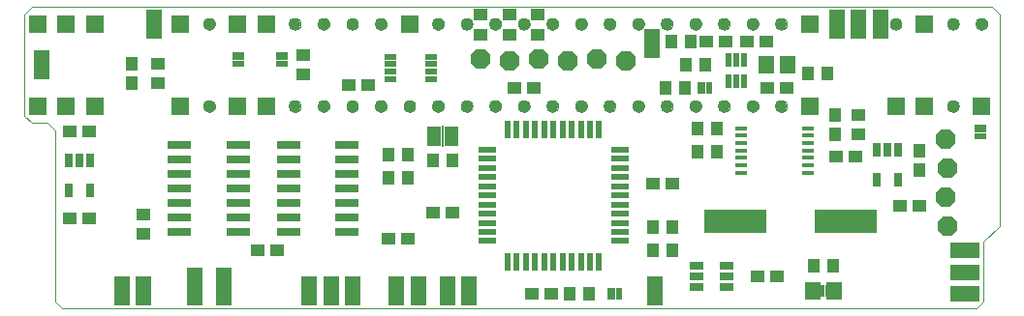
<source format=gts>
G75*
%MOIN*%
%OFA0B0*%
%FSLAX25Y25*%
%IPPOS*%
%LPD*%
%AMOC8*
5,1,8,0,0,1.08239X$1,22.5*
%
%ADD10C,0.00000*%
%ADD11R,0.04337X0.04731*%
%ADD12R,0.04731X0.04337*%
%ADD13OC8,0.06700*%
%ADD14R,0.05400X0.10400*%
%ADD15R,0.10400X0.05400*%
%ADD16R,0.03900X0.02400*%
%ADD17R,0.04300X0.00600*%
%ADD18R,0.05000X0.06700*%
%ADD19R,0.00600X0.07200*%
%ADD20R,0.08400X0.03000*%
%ADD21R,0.06306X0.02369*%
%ADD22R,0.02369X0.06306*%
%ADD23R,0.21400X0.08000*%
%ADD24R,0.04300X0.01600*%
%ADD25R,0.02565X0.05124*%
%ADD26R,0.04337X0.01975*%
%ADD27R,0.04731X0.02762*%
%ADD28R,0.02400X0.03900*%
%ADD29R,0.00600X0.04300*%
%ADD30R,0.06337X0.06337*%
%ADD31C,0.04337*%
%ADD32R,0.05518X0.06306*%
%ADD33R,0.01975X0.04534*%
%ADD34R,0.05715X0.05715*%
D10*
X0013050Y0005500D02*
X0015550Y0003000D01*
X0330050Y0003000D01*
X0332550Y0005500D01*
X0332550Y0026000D01*
X0338050Y0031500D01*
X0338050Y0104500D01*
X0335550Y0107000D01*
X0005050Y0107000D01*
X0002550Y0104500D01*
X0002550Y0069500D01*
X0005050Y0067000D01*
X0010550Y0067000D01*
X0013050Y0064500D01*
X0013050Y0005500D01*
X0064156Y0072827D02*
X0064158Y0072915D01*
X0064164Y0073003D01*
X0064174Y0073091D01*
X0064188Y0073179D01*
X0064205Y0073265D01*
X0064227Y0073351D01*
X0064252Y0073435D01*
X0064282Y0073519D01*
X0064314Y0073601D01*
X0064351Y0073681D01*
X0064391Y0073760D01*
X0064435Y0073837D01*
X0064482Y0073912D01*
X0064532Y0073984D01*
X0064586Y0074055D01*
X0064642Y0074122D01*
X0064702Y0074188D01*
X0064764Y0074250D01*
X0064830Y0074310D01*
X0064897Y0074366D01*
X0064968Y0074420D01*
X0065040Y0074470D01*
X0065115Y0074517D01*
X0065192Y0074561D01*
X0065271Y0074601D01*
X0065351Y0074638D01*
X0065433Y0074670D01*
X0065517Y0074700D01*
X0065601Y0074725D01*
X0065687Y0074747D01*
X0065773Y0074764D01*
X0065861Y0074778D01*
X0065949Y0074788D01*
X0066037Y0074794D01*
X0066125Y0074796D01*
X0066213Y0074794D01*
X0066301Y0074788D01*
X0066389Y0074778D01*
X0066477Y0074764D01*
X0066563Y0074747D01*
X0066649Y0074725D01*
X0066733Y0074700D01*
X0066817Y0074670D01*
X0066899Y0074638D01*
X0066979Y0074601D01*
X0067058Y0074561D01*
X0067135Y0074517D01*
X0067210Y0074470D01*
X0067282Y0074420D01*
X0067353Y0074366D01*
X0067420Y0074310D01*
X0067486Y0074250D01*
X0067548Y0074188D01*
X0067608Y0074122D01*
X0067664Y0074055D01*
X0067718Y0073984D01*
X0067768Y0073912D01*
X0067815Y0073837D01*
X0067859Y0073760D01*
X0067899Y0073681D01*
X0067936Y0073601D01*
X0067968Y0073519D01*
X0067998Y0073435D01*
X0068023Y0073351D01*
X0068045Y0073265D01*
X0068062Y0073179D01*
X0068076Y0073091D01*
X0068086Y0073003D01*
X0068092Y0072915D01*
X0068094Y0072827D01*
X0068092Y0072739D01*
X0068086Y0072651D01*
X0068076Y0072563D01*
X0068062Y0072475D01*
X0068045Y0072389D01*
X0068023Y0072303D01*
X0067998Y0072219D01*
X0067968Y0072135D01*
X0067936Y0072053D01*
X0067899Y0071973D01*
X0067859Y0071894D01*
X0067815Y0071817D01*
X0067768Y0071742D01*
X0067718Y0071670D01*
X0067664Y0071599D01*
X0067608Y0071532D01*
X0067548Y0071466D01*
X0067486Y0071404D01*
X0067420Y0071344D01*
X0067353Y0071288D01*
X0067282Y0071234D01*
X0067210Y0071184D01*
X0067135Y0071137D01*
X0067058Y0071093D01*
X0066979Y0071053D01*
X0066899Y0071016D01*
X0066817Y0070984D01*
X0066733Y0070954D01*
X0066649Y0070929D01*
X0066563Y0070907D01*
X0066477Y0070890D01*
X0066389Y0070876D01*
X0066301Y0070866D01*
X0066213Y0070860D01*
X0066125Y0070858D01*
X0066037Y0070860D01*
X0065949Y0070866D01*
X0065861Y0070876D01*
X0065773Y0070890D01*
X0065687Y0070907D01*
X0065601Y0070929D01*
X0065517Y0070954D01*
X0065433Y0070984D01*
X0065351Y0071016D01*
X0065271Y0071053D01*
X0065192Y0071093D01*
X0065115Y0071137D01*
X0065040Y0071184D01*
X0064968Y0071234D01*
X0064897Y0071288D01*
X0064830Y0071344D01*
X0064764Y0071404D01*
X0064702Y0071466D01*
X0064642Y0071532D01*
X0064586Y0071599D01*
X0064532Y0071670D01*
X0064482Y0071742D01*
X0064435Y0071817D01*
X0064391Y0071894D01*
X0064351Y0071973D01*
X0064314Y0072053D01*
X0064282Y0072135D01*
X0064252Y0072219D01*
X0064227Y0072303D01*
X0064205Y0072389D01*
X0064188Y0072475D01*
X0064174Y0072563D01*
X0064164Y0072651D01*
X0064158Y0072739D01*
X0064156Y0072827D01*
X0093683Y0072827D02*
X0093685Y0072915D01*
X0093691Y0073003D01*
X0093701Y0073091D01*
X0093715Y0073179D01*
X0093732Y0073265D01*
X0093754Y0073351D01*
X0093779Y0073435D01*
X0093809Y0073519D01*
X0093841Y0073601D01*
X0093878Y0073681D01*
X0093918Y0073760D01*
X0093962Y0073837D01*
X0094009Y0073912D01*
X0094059Y0073984D01*
X0094113Y0074055D01*
X0094169Y0074122D01*
X0094229Y0074188D01*
X0094291Y0074250D01*
X0094357Y0074310D01*
X0094424Y0074366D01*
X0094495Y0074420D01*
X0094567Y0074470D01*
X0094642Y0074517D01*
X0094719Y0074561D01*
X0094798Y0074601D01*
X0094878Y0074638D01*
X0094960Y0074670D01*
X0095044Y0074700D01*
X0095128Y0074725D01*
X0095214Y0074747D01*
X0095300Y0074764D01*
X0095388Y0074778D01*
X0095476Y0074788D01*
X0095564Y0074794D01*
X0095652Y0074796D01*
X0095740Y0074794D01*
X0095828Y0074788D01*
X0095916Y0074778D01*
X0096004Y0074764D01*
X0096090Y0074747D01*
X0096176Y0074725D01*
X0096260Y0074700D01*
X0096344Y0074670D01*
X0096426Y0074638D01*
X0096506Y0074601D01*
X0096585Y0074561D01*
X0096662Y0074517D01*
X0096737Y0074470D01*
X0096809Y0074420D01*
X0096880Y0074366D01*
X0096947Y0074310D01*
X0097013Y0074250D01*
X0097075Y0074188D01*
X0097135Y0074122D01*
X0097191Y0074055D01*
X0097245Y0073984D01*
X0097295Y0073912D01*
X0097342Y0073837D01*
X0097386Y0073760D01*
X0097426Y0073681D01*
X0097463Y0073601D01*
X0097495Y0073519D01*
X0097525Y0073435D01*
X0097550Y0073351D01*
X0097572Y0073265D01*
X0097589Y0073179D01*
X0097603Y0073091D01*
X0097613Y0073003D01*
X0097619Y0072915D01*
X0097621Y0072827D01*
X0097619Y0072739D01*
X0097613Y0072651D01*
X0097603Y0072563D01*
X0097589Y0072475D01*
X0097572Y0072389D01*
X0097550Y0072303D01*
X0097525Y0072219D01*
X0097495Y0072135D01*
X0097463Y0072053D01*
X0097426Y0071973D01*
X0097386Y0071894D01*
X0097342Y0071817D01*
X0097295Y0071742D01*
X0097245Y0071670D01*
X0097191Y0071599D01*
X0097135Y0071532D01*
X0097075Y0071466D01*
X0097013Y0071404D01*
X0096947Y0071344D01*
X0096880Y0071288D01*
X0096809Y0071234D01*
X0096737Y0071184D01*
X0096662Y0071137D01*
X0096585Y0071093D01*
X0096506Y0071053D01*
X0096426Y0071016D01*
X0096344Y0070984D01*
X0096260Y0070954D01*
X0096176Y0070929D01*
X0096090Y0070907D01*
X0096004Y0070890D01*
X0095916Y0070876D01*
X0095828Y0070866D01*
X0095740Y0070860D01*
X0095652Y0070858D01*
X0095564Y0070860D01*
X0095476Y0070866D01*
X0095388Y0070876D01*
X0095300Y0070890D01*
X0095214Y0070907D01*
X0095128Y0070929D01*
X0095044Y0070954D01*
X0094960Y0070984D01*
X0094878Y0071016D01*
X0094798Y0071053D01*
X0094719Y0071093D01*
X0094642Y0071137D01*
X0094567Y0071184D01*
X0094495Y0071234D01*
X0094424Y0071288D01*
X0094357Y0071344D01*
X0094291Y0071404D01*
X0094229Y0071466D01*
X0094169Y0071532D01*
X0094113Y0071599D01*
X0094059Y0071670D01*
X0094009Y0071742D01*
X0093962Y0071817D01*
X0093918Y0071894D01*
X0093878Y0071973D01*
X0093841Y0072053D01*
X0093809Y0072135D01*
X0093779Y0072219D01*
X0093754Y0072303D01*
X0093732Y0072389D01*
X0093715Y0072475D01*
X0093701Y0072563D01*
X0093691Y0072651D01*
X0093685Y0072739D01*
X0093683Y0072827D01*
X0103526Y0072827D02*
X0103528Y0072915D01*
X0103534Y0073003D01*
X0103544Y0073091D01*
X0103558Y0073179D01*
X0103575Y0073265D01*
X0103597Y0073351D01*
X0103622Y0073435D01*
X0103652Y0073519D01*
X0103684Y0073601D01*
X0103721Y0073681D01*
X0103761Y0073760D01*
X0103805Y0073837D01*
X0103852Y0073912D01*
X0103902Y0073984D01*
X0103956Y0074055D01*
X0104012Y0074122D01*
X0104072Y0074188D01*
X0104134Y0074250D01*
X0104200Y0074310D01*
X0104267Y0074366D01*
X0104338Y0074420D01*
X0104410Y0074470D01*
X0104485Y0074517D01*
X0104562Y0074561D01*
X0104641Y0074601D01*
X0104721Y0074638D01*
X0104803Y0074670D01*
X0104887Y0074700D01*
X0104971Y0074725D01*
X0105057Y0074747D01*
X0105143Y0074764D01*
X0105231Y0074778D01*
X0105319Y0074788D01*
X0105407Y0074794D01*
X0105495Y0074796D01*
X0105583Y0074794D01*
X0105671Y0074788D01*
X0105759Y0074778D01*
X0105847Y0074764D01*
X0105933Y0074747D01*
X0106019Y0074725D01*
X0106103Y0074700D01*
X0106187Y0074670D01*
X0106269Y0074638D01*
X0106349Y0074601D01*
X0106428Y0074561D01*
X0106505Y0074517D01*
X0106580Y0074470D01*
X0106652Y0074420D01*
X0106723Y0074366D01*
X0106790Y0074310D01*
X0106856Y0074250D01*
X0106918Y0074188D01*
X0106978Y0074122D01*
X0107034Y0074055D01*
X0107088Y0073984D01*
X0107138Y0073912D01*
X0107185Y0073837D01*
X0107229Y0073760D01*
X0107269Y0073681D01*
X0107306Y0073601D01*
X0107338Y0073519D01*
X0107368Y0073435D01*
X0107393Y0073351D01*
X0107415Y0073265D01*
X0107432Y0073179D01*
X0107446Y0073091D01*
X0107456Y0073003D01*
X0107462Y0072915D01*
X0107464Y0072827D01*
X0107462Y0072739D01*
X0107456Y0072651D01*
X0107446Y0072563D01*
X0107432Y0072475D01*
X0107415Y0072389D01*
X0107393Y0072303D01*
X0107368Y0072219D01*
X0107338Y0072135D01*
X0107306Y0072053D01*
X0107269Y0071973D01*
X0107229Y0071894D01*
X0107185Y0071817D01*
X0107138Y0071742D01*
X0107088Y0071670D01*
X0107034Y0071599D01*
X0106978Y0071532D01*
X0106918Y0071466D01*
X0106856Y0071404D01*
X0106790Y0071344D01*
X0106723Y0071288D01*
X0106652Y0071234D01*
X0106580Y0071184D01*
X0106505Y0071137D01*
X0106428Y0071093D01*
X0106349Y0071053D01*
X0106269Y0071016D01*
X0106187Y0070984D01*
X0106103Y0070954D01*
X0106019Y0070929D01*
X0105933Y0070907D01*
X0105847Y0070890D01*
X0105759Y0070876D01*
X0105671Y0070866D01*
X0105583Y0070860D01*
X0105495Y0070858D01*
X0105407Y0070860D01*
X0105319Y0070866D01*
X0105231Y0070876D01*
X0105143Y0070890D01*
X0105057Y0070907D01*
X0104971Y0070929D01*
X0104887Y0070954D01*
X0104803Y0070984D01*
X0104721Y0071016D01*
X0104641Y0071053D01*
X0104562Y0071093D01*
X0104485Y0071137D01*
X0104410Y0071184D01*
X0104338Y0071234D01*
X0104267Y0071288D01*
X0104200Y0071344D01*
X0104134Y0071404D01*
X0104072Y0071466D01*
X0104012Y0071532D01*
X0103956Y0071599D01*
X0103902Y0071670D01*
X0103852Y0071742D01*
X0103805Y0071817D01*
X0103761Y0071894D01*
X0103721Y0071973D01*
X0103684Y0072053D01*
X0103652Y0072135D01*
X0103622Y0072219D01*
X0103597Y0072303D01*
X0103575Y0072389D01*
X0103558Y0072475D01*
X0103544Y0072563D01*
X0103534Y0072651D01*
X0103528Y0072739D01*
X0103526Y0072827D01*
X0113368Y0072827D02*
X0113370Y0072915D01*
X0113376Y0073003D01*
X0113386Y0073091D01*
X0113400Y0073179D01*
X0113417Y0073265D01*
X0113439Y0073351D01*
X0113464Y0073435D01*
X0113494Y0073519D01*
X0113526Y0073601D01*
X0113563Y0073681D01*
X0113603Y0073760D01*
X0113647Y0073837D01*
X0113694Y0073912D01*
X0113744Y0073984D01*
X0113798Y0074055D01*
X0113854Y0074122D01*
X0113914Y0074188D01*
X0113976Y0074250D01*
X0114042Y0074310D01*
X0114109Y0074366D01*
X0114180Y0074420D01*
X0114252Y0074470D01*
X0114327Y0074517D01*
X0114404Y0074561D01*
X0114483Y0074601D01*
X0114563Y0074638D01*
X0114645Y0074670D01*
X0114729Y0074700D01*
X0114813Y0074725D01*
X0114899Y0074747D01*
X0114985Y0074764D01*
X0115073Y0074778D01*
X0115161Y0074788D01*
X0115249Y0074794D01*
X0115337Y0074796D01*
X0115425Y0074794D01*
X0115513Y0074788D01*
X0115601Y0074778D01*
X0115689Y0074764D01*
X0115775Y0074747D01*
X0115861Y0074725D01*
X0115945Y0074700D01*
X0116029Y0074670D01*
X0116111Y0074638D01*
X0116191Y0074601D01*
X0116270Y0074561D01*
X0116347Y0074517D01*
X0116422Y0074470D01*
X0116494Y0074420D01*
X0116565Y0074366D01*
X0116632Y0074310D01*
X0116698Y0074250D01*
X0116760Y0074188D01*
X0116820Y0074122D01*
X0116876Y0074055D01*
X0116930Y0073984D01*
X0116980Y0073912D01*
X0117027Y0073837D01*
X0117071Y0073760D01*
X0117111Y0073681D01*
X0117148Y0073601D01*
X0117180Y0073519D01*
X0117210Y0073435D01*
X0117235Y0073351D01*
X0117257Y0073265D01*
X0117274Y0073179D01*
X0117288Y0073091D01*
X0117298Y0073003D01*
X0117304Y0072915D01*
X0117306Y0072827D01*
X0117304Y0072739D01*
X0117298Y0072651D01*
X0117288Y0072563D01*
X0117274Y0072475D01*
X0117257Y0072389D01*
X0117235Y0072303D01*
X0117210Y0072219D01*
X0117180Y0072135D01*
X0117148Y0072053D01*
X0117111Y0071973D01*
X0117071Y0071894D01*
X0117027Y0071817D01*
X0116980Y0071742D01*
X0116930Y0071670D01*
X0116876Y0071599D01*
X0116820Y0071532D01*
X0116760Y0071466D01*
X0116698Y0071404D01*
X0116632Y0071344D01*
X0116565Y0071288D01*
X0116494Y0071234D01*
X0116422Y0071184D01*
X0116347Y0071137D01*
X0116270Y0071093D01*
X0116191Y0071053D01*
X0116111Y0071016D01*
X0116029Y0070984D01*
X0115945Y0070954D01*
X0115861Y0070929D01*
X0115775Y0070907D01*
X0115689Y0070890D01*
X0115601Y0070876D01*
X0115513Y0070866D01*
X0115425Y0070860D01*
X0115337Y0070858D01*
X0115249Y0070860D01*
X0115161Y0070866D01*
X0115073Y0070876D01*
X0114985Y0070890D01*
X0114899Y0070907D01*
X0114813Y0070929D01*
X0114729Y0070954D01*
X0114645Y0070984D01*
X0114563Y0071016D01*
X0114483Y0071053D01*
X0114404Y0071093D01*
X0114327Y0071137D01*
X0114252Y0071184D01*
X0114180Y0071234D01*
X0114109Y0071288D01*
X0114042Y0071344D01*
X0113976Y0071404D01*
X0113914Y0071466D01*
X0113854Y0071532D01*
X0113798Y0071599D01*
X0113744Y0071670D01*
X0113694Y0071742D01*
X0113647Y0071817D01*
X0113603Y0071894D01*
X0113563Y0071973D01*
X0113526Y0072053D01*
X0113494Y0072135D01*
X0113464Y0072219D01*
X0113439Y0072303D01*
X0113417Y0072389D01*
X0113400Y0072475D01*
X0113386Y0072563D01*
X0113376Y0072651D01*
X0113370Y0072739D01*
X0113368Y0072827D01*
X0123211Y0072827D02*
X0123213Y0072915D01*
X0123219Y0073003D01*
X0123229Y0073091D01*
X0123243Y0073179D01*
X0123260Y0073265D01*
X0123282Y0073351D01*
X0123307Y0073435D01*
X0123337Y0073519D01*
X0123369Y0073601D01*
X0123406Y0073681D01*
X0123446Y0073760D01*
X0123490Y0073837D01*
X0123537Y0073912D01*
X0123587Y0073984D01*
X0123641Y0074055D01*
X0123697Y0074122D01*
X0123757Y0074188D01*
X0123819Y0074250D01*
X0123885Y0074310D01*
X0123952Y0074366D01*
X0124023Y0074420D01*
X0124095Y0074470D01*
X0124170Y0074517D01*
X0124247Y0074561D01*
X0124326Y0074601D01*
X0124406Y0074638D01*
X0124488Y0074670D01*
X0124572Y0074700D01*
X0124656Y0074725D01*
X0124742Y0074747D01*
X0124828Y0074764D01*
X0124916Y0074778D01*
X0125004Y0074788D01*
X0125092Y0074794D01*
X0125180Y0074796D01*
X0125268Y0074794D01*
X0125356Y0074788D01*
X0125444Y0074778D01*
X0125532Y0074764D01*
X0125618Y0074747D01*
X0125704Y0074725D01*
X0125788Y0074700D01*
X0125872Y0074670D01*
X0125954Y0074638D01*
X0126034Y0074601D01*
X0126113Y0074561D01*
X0126190Y0074517D01*
X0126265Y0074470D01*
X0126337Y0074420D01*
X0126408Y0074366D01*
X0126475Y0074310D01*
X0126541Y0074250D01*
X0126603Y0074188D01*
X0126663Y0074122D01*
X0126719Y0074055D01*
X0126773Y0073984D01*
X0126823Y0073912D01*
X0126870Y0073837D01*
X0126914Y0073760D01*
X0126954Y0073681D01*
X0126991Y0073601D01*
X0127023Y0073519D01*
X0127053Y0073435D01*
X0127078Y0073351D01*
X0127100Y0073265D01*
X0127117Y0073179D01*
X0127131Y0073091D01*
X0127141Y0073003D01*
X0127147Y0072915D01*
X0127149Y0072827D01*
X0127147Y0072739D01*
X0127141Y0072651D01*
X0127131Y0072563D01*
X0127117Y0072475D01*
X0127100Y0072389D01*
X0127078Y0072303D01*
X0127053Y0072219D01*
X0127023Y0072135D01*
X0126991Y0072053D01*
X0126954Y0071973D01*
X0126914Y0071894D01*
X0126870Y0071817D01*
X0126823Y0071742D01*
X0126773Y0071670D01*
X0126719Y0071599D01*
X0126663Y0071532D01*
X0126603Y0071466D01*
X0126541Y0071404D01*
X0126475Y0071344D01*
X0126408Y0071288D01*
X0126337Y0071234D01*
X0126265Y0071184D01*
X0126190Y0071137D01*
X0126113Y0071093D01*
X0126034Y0071053D01*
X0125954Y0071016D01*
X0125872Y0070984D01*
X0125788Y0070954D01*
X0125704Y0070929D01*
X0125618Y0070907D01*
X0125532Y0070890D01*
X0125444Y0070876D01*
X0125356Y0070866D01*
X0125268Y0070860D01*
X0125180Y0070858D01*
X0125092Y0070860D01*
X0125004Y0070866D01*
X0124916Y0070876D01*
X0124828Y0070890D01*
X0124742Y0070907D01*
X0124656Y0070929D01*
X0124572Y0070954D01*
X0124488Y0070984D01*
X0124406Y0071016D01*
X0124326Y0071053D01*
X0124247Y0071093D01*
X0124170Y0071137D01*
X0124095Y0071184D01*
X0124023Y0071234D01*
X0123952Y0071288D01*
X0123885Y0071344D01*
X0123819Y0071404D01*
X0123757Y0071466D01*
X0123697Y0071532D01*
X0123641Y0071599D01*
X0123587Y0071670D01*
X0123537Y0071742D01*
X0123490Y0071817D01*
X0123446Y0071894D01*
X0123406Y0071973D01*
X0123369Y0072053D01*
X0123337Y0072135D01*
X0123307Y0072219D01*
X0123282Y0072303D01*
X0123260Y0072389D01*
X0123243Y0072475D01*
X0123229Y0072563D01*
X0123219Y0072651D01*
X0123213Y0072739D01*
X0123211Y0072827D01*
X0133053Y0072827D02*
X0133055Y0072915D01*
X0133061Y0073003D01*
X0133071Y0073091D01*
X0133085Y0073179D01*
X0133102Y0073265D01*
X0133124Y0073351D01*
X0133149Y0073435D01*
X0133179Y0073519D01*
X0133211Y0073601D01*
X0133248Y0073681D01*
X0133288Y0073760D01*
X0133332Y0073837D01*
X0133379Y0073912D01*
X0133429Y0073984D01*
X0133483Y0074055D01*
X0133539Y0074122D01*
X0133599Y0074188D01*
X0133661Y0074250D01*
X0133727Y0074310D01*
X0133794Y0074366D01*
X0133865Y0074420D01*
X0133937Y0074470D01*
X0134012Y0074517D01*
X0134089Y0074561D01*
X0134168Y0074601D01*
X0134248Y0074638D01*
X0134330Y0074670D01*
X0134414Y0074700D01*
X0134498Y0074725D01*
X0134584Y0074747D01*
X0134670Y0074764D01*
X0134758Y0074778D01*
X0134846Y0074788D01*
X0134934Y0074794D01*
X0135022Y0074796D01*
X0135110Y0074794D01*
X0135198Y0074788D01*
X0135286Y0074778D01*
X0135374Y0074764D01*
X0135460Y0074747D01*
X0135546Y0074725D01*
X0135630Y0074700D01*
X0135714Y0074670D01*
X0135796Y0074638D01*
X0135876Y0074601D01*
X0135955Y0074561D01*
X0136032Y0074517D01*
X0136107Y0074470D01*
X0136179Y0074420D01*
X0136250Y0074366D01*
X0136317Y0074310D01*
X0136383Y0074250D01*
X0136445Y0074188D01*
X0136505Y0074122D01*
X0136561Y0074055D01*
X0136615Y0073984D01*
X0136665Y0073912D01*
X0136712Y0073837D01*
X0136756Y0073760D01*
X0136796Y0073681D01*
X0136833Y0073601D01*
X0136865Y0073519D01*
X0136895Y0073435D01*
X0136920Y0073351D01*
X0136942Y0073265D01*
X0136959Y0073179D01*
X0136973Y0073091D01*
X0136983Y0073003D01*
X0136989Y0072915D01*
X0136991Y0072827D01*
X0136989Y0072739D01*
X0136983Y0072651D01*
X0136973Y0072563D01*
X0136959Y0072475D01*
X0136942Y0072389D01*
X0136920Y0072303D01*
X0136895Y0072219D01*
X0136865Y0072135D01*
X0136833Y0072053D01*
X0136796Y0071973D01*
X0136756Y0071894D01*
X0136712Y0071817D01*
X0136665Y0071742D01*
X0136615Y0071670D01*
X0136561Y0071599D01*
X0136505Y0071532D01*
X0136445Y0071466D01*
X0136383Y0071404D01*
X0136317Y0071344D01*
X0136250Y0071288D01*
X0136179Y0071234D01*
X0136107Y0071184D01*
X0136032Y0071137D01*
X0135955Y0071093D01*
X0135876Y0071053D01*
X0135796Y0071016D01*
X0135714Y0070984D01*
X0135630Y0070954D01*
X0135546Y0070929D01*
X0135460Y0070907D01*
X0135374Y0070890D01*
X0135286Y0070876D01*
X0135198Y0070866D01*
X0135110Y0070860D01*
X0135022Y0070858D01*
X0134934Y0070860D01*
X0134846Y0070866D01*
X0134758Y0070876D01*
X0134670Y0070890D01*
X0134584Y0070907D01*
X0134498Y0070929D01*
X0134414Y0070954D01*
X0134330Y0070984D01*
X0134248Y0071016D01*
X0134168Y0071053D01*
X0134089Y0071093D01*
X0134012Y0071137D01*
X0133937Y0071184D01*
X0133865Y0071234D01*
X0133794Y0071288D01*
X0133727Y0071344D01*
X0133661Y0071404D01*
X0133599Y0071466D01*
X0133539Y0071532D01*
X0133483Y0071599D01*
X0133429Y0071670D01*
X0133379Y0071742D01*
X0133332Y0071817D01*
X0133288Y0071894D01*
X0133248Y0071973D01*
X0133211Y0072053D01*
X0133179Y0072135D01*
X0133149Y0072219D01*
X0133124Y0072303D01*
X0133102Y0072389D01*
X0133085Y0072475D01*
X0133071Y0072563D01*
X0133061Y0072651D01*
X0133055Y0072739D01*
X0133053Y0072827D01*
X0142896Y0072827D02*
X0142898Y0072915D01*
X0142904Y0073003D01*
X0142914Y0073091D01*
X0142928Y0073179D01*
X0142945Y0073265D01*
X0142967Y0073351D01*
X0142992Y0073435D01*
X0143022Y0073519D01*
X0143054Y0073601D01*
X0143091Y0073681D01*
X0143131Y0073760D01*
X0143175Y0073837D01*
X0143222Y0073912D01*
X0143272Y0073984D01*
X0143326Y0074055D01*
X0143382Y0074122D01*
X0143442Y0074188D01*
X0143504Y0074250D01*
X0143570Y0074310D01*
X0143637Y0074366D01*
X0143708Y0074420D01*
X0143780Y0074470D01*
X0143855Y0074517D01*
X0143932Y0074561D01*
X0144011Y0074601D01*
X0144091Y0074638D01*
X0144173Y0074670D01*
X0144257Y0074700D01*
X0144341Y0074725D01*
X0144427Y0074747D01*
X0144513Y0074764D01*
X0144601Y0074778D01*
X0144689Y0074788D01*
X0144777Y0074794D01*
X0144865Y0074796D01*
X0144953Y0074794D01*
X0145041Y0074788D01*
X0145129Y0074778D01*
X0145217Y0074764D01*
X0145303Y0074747D01*
X0145389Y0074725D01*
X0145473Y0074700D01*
X0145557Y0074670D01*
X0145639Y0074638D01*
X0145719Y0074601D01*
X0145798Y0074561D01*
X0145875Y0074517D01*
X0145950Y0074470D01*
X0146022Y0074420D01*
X0146093Y0074366D01*
X0146160Y0074310D01*
X0146226Y0074250D01*
X0146288Y0074188D01*
X0146348Y0074122D01*
X0146404Y0074055D01*
X0146458Y0073984D01*
X0146508Y0073912D01*
X0146555Y0073837D01*
X0146599Y0073760D01*
X0146639Y0073681D01*
X0146676Y0073601D01*
X0146708Y0073519D01*
X0146738Y0073435D01*
X0146763Y0073351D01*
X0146785Y0073265D01*
X0146802Y0073179D01*
X0146816Y0073091D01*
X0146826Y0073003D01*
X0146832Y0072915D01*
X0146834Y0072827D01*
X0146832Y0072739D01*
X0146826Y0072651D01*
X0146816Y0072563D01*
X0146802Y0072475D01*
X0146785Y0072389D01*
X0146763Y0072303D01*
X0146738Y0072219D01*
X0146708Y0072135D01*
X0146676Y0072053D01*
X0146639Y0071973D01*
X0146599Y0071894D01*
X0146555Y0071817D01*
X0146508Y0071742D01*
X0146458Y0071670D01*
X0146404Y0071599D01*
X0146348Y0071532D01*
X0146288Y0071466D01*
X0146226Y0071404D01*
X0146160Y0071344D01*
X0146093Y0071288D01*
X0146022Y0071234D01*
X0145950Y0071184D01*
X0145875Y0071137D01*
X0145798Y0071093D01*
X0145719Y0071053D01*
X0145639Y0071016D01*
X0145557Y0070984D01*
X0145473Y0070954D01*
X0145389Y0070929D01*
X0145303Y0070907D01*
X0145217Y0070890D01*
X0145129Y0070876D01*
X0145041Y0070866D01*
X0144953Y0070860D01*
X0144865Y0070858D01*
X0144777Y0070860D01*
X0144689Y0070866D01*
X0144601Y0070876D01*
X0144513Y0070890D01*
X0144427Y0070907D01*
X0144341Y0070929D01*
X0144257Y0070954D01*
X0144173Y0070984D01*
X0144091Y0071016D01*
X0144011Y0071053D01*
X0143932Y0071093D01*
X0143855Y0071137D01*
X0143780Y0071184D01*
X0143708Y0071234D01*
X0143637Y0071288D01*
X0143570Y0071344D01*
X0143504Y0071404D01*
X0143442Y0071466D01*
X0143382Y0071532D01*
X0143326Y0071599D01*
X0143272Y0071670D01*
X0143222Y0071742D01*
X0143175Y0071817D01*
X0143131Y0071894D01*
X0143091Y0071973D01*
X0143054Y0072053D01*
X0143022Y0072135D01*
X0142992Y0072219D01*
X0142967Y0072303D01*
X0142945Y0072389D01*
X0142928Y0072475D01*
X0142914Y0072563D01*
X0142904Y0072651D01*
X0142898Y0072739D01*
X0142896Y0072827D01*
X0152738Y0072827D02*
X0152740Y0072915D01*
X0152746Y0073003D01*
X0152756Y0073091D01*
X0152770Y0073179D01*
X0152787Y0073265D01*
X0152809Y0073351D01*
X0152834Y0073435D01*
X0152864Y0073519D01*
X0152896Y0073601D01*
X0152933Y0073681D01*
X0152973Y0073760D01*
X0153017Y0073837D01*
X0153064Y0073912D01*
X0153114Y0073984D01*
X0153168Y0074055D01*
X0153224Y0074122D01*
X0153284Y0074188D01*
X0153346Y0074250D01*
X0153412Y0074310D01*
X0153479Y0074366D01*
X0153550Y0074420D01*
X0153622Y0074470D01*
X0153697Y0074517D01*
X0153774Y0074561D01*
X0153853Y0074601D01*
X0153933Y0074638D01*
X0154015Y0074670D01*
X0154099Y0074700D01*
X0154183Y0074725D01*
X0154269Y0074747D01*
X0154355Y0074764D01*
X0154443Y0074778D01*
X0154531Y0074788D01*
X0154619Y0074794D01*
X0154707Y0074796D01*
X0154795Y0074794D01*
X0154883Y0074788D01*
X0154971Y0074778D01*
X0155059Y0074764D01*
X0155145Y0074747D01*
X0155231Y0074725D01*
X0155315Y0074700D01*
X0155399Y0074670D01*
X0155481Y0074638D01*
X0155561Y0074601D01*
X0155640Y0074561D01*
X0155717Y0074517D01*
X0155792Y0074470D01*
X0155864Y0074420D01*
X0155935Y0074366D01*
X0156002Y0074310D01*
X0156068Y0074250D01*
X0156130Y0074188D01*
X0156190Y0074122D01*
X0156246Y0074055D01*
X0156300Y0073984D01*
X0156350Y0073912D01*
X0156397Y0073837D01*
X0156441Y0073760D01*
X0156481Y0073681D01*
X0156518Y0073601D01*
X0156550Y0073519D01*
X0156580Y0073435D01*
X0156605Y0073351D01*
X0156627Y0073265D01*
X0156644Y0073179D01*
X0156658Y0073091D01*
X0156668Y0073003D01*
X0156674Y0072915D01*
X0156676Y0072827D01*
X0156674Y0072739D01*
X0156668Y0072651D01*
X0156658Y0072563D01*
X0156644Y0072475D01*
X0156627Y0072389D01*
X0156605Y0072303D01*
X0156580Y0072219D01*
X0156550Y0072135D01*
X0156518Y0072053D01*
X0156481Y0071973D01*
X0156441Y0071894D01*
X0156397Y0071817D01*
X0156350Y0071742D01*
X0156300Y0071670D01*
X0156246Y0071599D01*
X0156190Y0071532D01*
X0156130Y0071466D01*
X0156068Y0071404D01*
X0156002Y0071344D01*
X0155935Y0071288D01*
X0155864Y0071234D01*
X0155792Y0071184D01*
X0155717Y0071137D01*
X0155640Y0071093D01*
X0155561Y0071053D01*
X0155481Y0071016D01*
X0155399Y0070984D01*
X0155315Y0070954D01*
X0155231Y0070929D01*
X0155145Y0070907D01*
X0155059Y0070890D01*
X0154971Y0070876D01*
X0154883Y0070866D01*
X0154795Y0070860D01*
X0154707Y0070858D01*
X0154619Y0070860D01*
X0154531Y0070866D01*
X0154443Y0070876D01*
X0154355Y0070890D01*
X0154269Y0070907D01*
X0154183Y0070929D01*
X0154099Y0070954D01*
X0154015Y0070984D01*
X0153933Y0071016D01*
X0153853Y0071053D01*
X0153774Y0071093D01*
X0153697Y0071137D01*
X0153622Y0071184D01*
X0153550Y0071234D01*
X0153479Y0071288D01*
X0153412Y0071344D01*
X0153346Y0071404D01*
X0153284Y0071466D01*
X0153224Y0071532D01*
X0153168Y0071599D01*
X0153114Y0071670D01*
X0153064Y0071742D01*
X0153017Y0071817D01*
X0152973Y0071894D01*
X0152933Y0071973D01*
X0152896Y0072053D01*
X0152864Y0072135D01*
X0152834Y0072219D01*
X0152809Y0072303D01*
X0152787Y0072389D01*
X0152770Y0072475D01*
X0152756Y0072563D01*
X0152746Y0072651D01*
X0152740Y0072739D01*
X0152738Y0072827D01*
X0162581Y0072827D02*
X0162583Y0072915D01*
X0162589Y0073003D01*
X0162599Y0073091D01*
X0162613Y0073179D01*
X0162630Y0073265D01*
X0162652Y0073351D01*
X0162677Y0073435D01*
X0162707Y0073519D01*
X0162739Y0073601D01*
X0162776Y0073681D01*
X0162816Y0073760D01*
X0162860Y0073837D01*
X0162907Y0073912D01*
X0162957Y0073984D01*
X0163011Y0074055D01*
X0163067Y0074122D01*
X0163127Y0074188D01*
X0163189Y0074250D01*
X0163255Y0074310D01*
X0163322Y0074366D01*
X0163393Y0074420D01*
X0163465Y0074470D01*
X0163540Y0074517D01*
X0163617Y0074561D01*
X0163696Y0074601D01*
X0163776Y0074638D01*
X0163858Y0074670D01*
X0163942Y0074700D01*
X0164026Y0074725D01*
X0164112Y0074747D01*
X0164198Y0074764D01*
X0164286Y0074778D01*
X0164374Y0074788D01*
X0164462Y0074794D01*
X0164550Y0074796D01*
X0164638Y0074794D01*
X0164726Y0074788D01*
X0164814Y0074778D01*
X0164902Y0074764D01*
X0164988Y0074747D01*
X0165074Y0074725D01*
X0165158Y0074700D01*
X0165242Y0074670D01*
X0165324Y0074638D01*
X0165404Y0074601D01*
X0165483Y0074561D01*
X0165560Y0074517D01*
X0165635Y0074470D01*
X0165707Y0074420D01*
X0165778Y0074366D01*
X0165845Y0074310D01*
X0165911Y0074250D01*
X0165973Y0074188D01*
X0166033Y0074122D01*
X0166089Y0074055D01*
X0166143Y0073984D01*
X0166193Y0073912D01*
X0166240Y0073837D01*
X0166284Y0073760D01*
X0166324Y0073681D01*
X0166361Y0073601D01*
X0166393Y0073519D01*
X0166423Y0073435D01*
X0166448Y0073351D01*
X0166470Y0073265D01*
X0166487Y0073179D01*
X0166501Y0073091D01*
X0166511Y0073003D01*
X0166517Y0072915D01*
X0166519Y0072827D01*
X0166517Y0072739D01*
X0166511Y0072651D01*
X0166501Y0072563D01*
X0166487Y0072475D01*
X0166470Y0072389D01*
X0166448Y0072303D01*
X0166423Y0072219D01*
X0166393Y0072135D01*
X0166361Y0072053D01*
X0166324Y0071973D01*
X0166284Y0071894D01*
X0166240Y0071817D01*
X0166193Y0071742D01*
X0166143Y0071670D01*
X0166089Y0071599D01*
X0166033Y0071532D01*
X0165973Y0071466D01*
X0165911Y0071404D01*
X0165845Y0071344D01*
X0165778Y0071288D01*
X0165707Y0071234D01*
X0165635Y0071184D01*
X0165560Y0071137D01*
X0165483Y0071093D01*
X0165404Y0071053D01*
X0165324Y0071016D01*
X0165242Y0070984D01*
X0165158Y0070954D01*
X0165074Y0070929D01*
X0164988Y0070907D01*
X0164902Y0070890D01*
X0164814Y0070876D01*
X0164726Y0070866D01*
X0164638Y0070860D01*
X0164550Y0070858D01*
X0164462Y0070860D01*
X0164374Y0070866D01*
X0164286Y0070876D01*
X0164198Y0070890D01*
X0164112Y0070907D01*
X0164026Y0070929D01*
X0163942Y0070954D01*
X0163858Y0070984D01*
X0163776Y0071016D01*
X0163696Y0071053D01*
X0163617Y0071093D01*
X0163540Y0071137D01*
X0163465Y0071184D01*
X0163393Y0071234D01*
X0163322Y0071288D01*
X0163255Y0071344D01*
X0163189Y0071404D01*
X0163127Y0071466D01*
X0163067Y0071532D01*
X0163011Y0071599D01*
X0162957Y0071670D01*
X0162907Y0071742D01*
X0162860Y0071817D01*
X0162816Y0071894D01*
X0162776Y0071973D01*
X0162739Y0072053D01*
X0162707Y0072135D01*
X0162677Y0072219D01*
X0162652Y0072303D01*
X0162630Y0072389D01*
X0162613Y0072475D01*
X0162599Y0072563D01*
X0162589Y0072651D01*
X0162583Y0072739D01*
X0162581Y0072827D01*
X0172424Y0072827D02*
X0172426Y0072915D01*
X0172432Y0073003D01*
X0172442Y0073091D01*
X0172456Y0073179D01*
X0172473Y0073265D01*
X0172495Y0073351D01*
X0172520Y0073435D01*
X0172550Y0073519D01*
X0172582Y0073601D01*
X0172619Y0073681D01*
X0172659Y0073760D01*
X0172703Y0073837D01*
X0172750Y0073912D01*
X0172800Y0073984D01*
X0172854Y0074055D01*
X0172910Y0074122D01*
X0172970Y0074188D01*
X0173032Y0074250D01*
X0173098Y0074310D01*
X0173165Y0074366D01*
X0173236Y0074420D01*
X0173308Y0074470D01*
X0173383Y0074517D01*
X0173460Y0074561D01*
X0173539Y0074601D01*
X0173619Y0074638D01*
X0173701Y0074670D01*
X0173785Y0074700D01*
X0173869Y0074725D01*
X0173955Y0074747D01*
X0174041Y0074764D01*
X0174129Y0074778D01*
X0174217Y0074788D01*
X0174305Y0074794D01*
X0174393Y0074796D01*
X0174481Y0074794D01*
X0174569Y0074788D01*
X0174657Y0074778D01*
X0174745Y0074764D01*
X0174831Y0074747D01*
X0174917Y0074725D01*
X0175001Y0074700D01*
X0175085Y0074670D01*
X0175167Y0074638D01*
X0175247Y0074601D01*
X0175326Y0074561D01*
X0175403Y0074517D01*
X0175478Y0074470D01*
X0175550Y0074420D01*
X0175621Y0074366D01*
X0175688Y0074310D01*
X0175754Y0074250D01*
X0175816Y0074188D01*
X0175876Y0074122D01*
X0175932Y0074055D01*
X0175986Y0073984D01*
X0176036Y0073912D01*
X0176083Y0073837D01*
X0176127Y0073760D01*
X0176167Y0073681D01*
X0176204Y0073601D01*
X0176236Y0073519D01*
X0176266Y0073435D01*
X0176291Y0073351D01*
X0176313Y0073265D01*
X0176330Y0073179D01*
X0176344Y0073091D01*
X0176354Y0073003D01*
X0176360Y0072915D01*
X0176362Y0072827D01*
X0176360Y0072739D01*
X0176354Y0072651D01*
X0176344Y0072563D01*
X0176330Y0072475D01*
X0176313Y0072389D01*
X0176291Y0072303D01*
X0176266Y0072219D01*
X0176236Y0072135D01*
X0176204Y0072053D01*
X0176167Y0071973D01*
X0176127Y0071894D01*
X0176083Y0071817D01*
X0176036Y0071742D01*
X0175986Y0071670D01*
X0175932Y0071599D01*
X0175876Y0071532D01*
X0175816Y0071466D01*
X0175754Y0071404D01*
X0175688Y0071344D01*
X0175621Y0071288D01*
X0175550Y0071234D01*
X0175478Y0071184D01*
X0175403Y0071137D01*
X0175326Y0071093D01*
X0175247Y0071053D01*
X0175167Y0071016D01*
X0175085Y0070984D01*
X0175001Y0070954D01*
X0174917Y0070929D01*
X0174831Y0070907D01*
X0174745Y0070890D01*
X0174657Y0070876D01*
X0174569Y0070866D01*
X0174481Y0070860D01*
X0174393Y0070858D01*
X0174305Y0070860D01*
X0174217Y0070866D01*
X0174129Y0070876D01*
X0174041Y0070890D01*
X0173955Y0070907D01*
X0173869Y0070929D01*
X0173785Y0070954D01*
X0173701Y0070984D01*
X0173619Y0071016D01*
X0173539Y0071053D01*
X0173460Y0071093D01*
X0173383Y0071137D01*
X0173308Y0071184D01*
X0173236Y0071234D01*
X0173165Y0071288D01*
X0173098Y0071344D01*
X0173032Y0071404D01*
X0172970Y0071466D01*
X0172910Y0071532D01*
X0172854Y0071599D01*
X0172800Y0071670D01*
X0172750Y0071742D01*
X0172703Y0071817D01*
X0172659Y0071894D01*
X0172619Y0071973D01*
X0172582Y0072053D01*
X0172550Y0072135D01*
X0172520Y0072219D01*
X0172495Y0072303D01*
X0172473Y0072389D01*
X0172456Y0072475D01*
X0172442Y0072563D01*
X0172432Y0072651D01*
X0172426Y0072739D01*
X0172424Y0072827D01*
X0182266Y0072827D02*
X0182268Y0072915D01*
X0182274Y0073003D01*
X0182284Y0073091D01*
X0182298Y0073179D01*
X0182315Y0073265D01*
X0182337Y0073351D01*
X0182362Y0073435D01*
X0182392Y0073519D01*
X0182424Y0073601D01*
X0182461Y0073681D01*
X0182501Y0073760D01*
X0182545Y0073837D01*
X0182592Y0073912D01*
X0182642Y0073984D01*
X0182696Y0074055D01*
X0182752Y0074122D01*
X0182812Y0074188D01*
X0182874Y0074250D01*
X0182940Y0074310D01*
X0183007Y0074366D01*
X0183078Y0074420D01*
X0183150Y0074470D01*
X0183225Y0074517D01*
X0183302Y0074561D01*
X0183381Y0074601D01*
X0183461Y0074638D01*
X0183543Y0074670D01*
X0183627Y0074700D01*
X0183711Y0074725D01*
X0183797Y0074747D01*
X0183883Y0074764D01*
X0183971Y0074778D01*
X0184059Y0074788D01*
X0184147Y0074794D01*
X0184235Y0074796D01*
X0184323Y0074794D01*
X0184411Y0074788D01*
X0184499Y0074778D01*
X0184587Y0074764D01*
X0184673Y0074747D01*
X0184759Y0074725D01*
X0184843Y0074700D01*
X0184927Y0074670D01*
X0185009Y0074638D01*
X0185089Y0074601D01*
X0185168Y0074561D01*
X0185245Y0074517D01*
X0185320Y0074470D01*
X0185392Y0074420D01*
X0185463Y0074366D01*
X0185530Y0074310D01*
X0185596Y0074250D01*
X0185658Y0074188D01*
X0185718Y0074122D01*
X0185774Y0074055D01*
X0185828Y0073984D01*
X0185878Y0073912D01*
X0185925Y0073837D01*
X0185969Y0073760D01*
X0186009Y0073681D01*
X0186046Y0073601D01*
X0186078Y0073519D01*
X0186108Y0073435D01*
X0186133Y0073351D01*
X0186155Y0073265D01*
X0186172Y0073179D01*
X0186186Y0073091D01*
X0186196Y0073003D01*
X0186202Y0072915D01*
X0186204Y0072827D01*
X0186202Y0072739D01*
X0186196Y0072651D01*
X0186186Y0072563D01*
X0186172Y0072475D01*
X0186155Y0072389D01*
X0186133Y0072303D01*
X0186108Y0072219D01*
X0186078Y0072135D01*
X0186046Y0072053D01*
X0186009Y0071973D01*
X0185969Y0071894D01*
X0185925Y0071817D01*
X0185878Y0071742D01*
X0185828Y0071670D01*
X0185774Y0071599D01*
X0185718Y0071532D01*
X0185658Y0071466D01*
X0185596Y0071404D01*
X0185530Y0071344D01*
X0185463Y0071288D01*
X0185392Y0071234D01*
X0185320Y0071184D01*
X0185245Y0071137D01*
X0185168Y0071093D01*
X0185089Y0071053D01*
X0185009Y0071016D01*
X0184927Y0070984D01*
X0184843Y0070954D01*
X0184759Y0070929D01*
X0184673Y0070907D01*
X0184587Y0070890D01*
X0184499Y0070876D01*
X0184411Y0070866D01*
X0184323Y0070860D01*
X0184235Y0070858D01*
X0184147Y0070860D01*
X0184059Y0070866D01*
X0183971Y0070876D01*
X0183883Y0070890D01*
X0183797Y0070907D01*
X0183711Y0070929D01*
X0183627Y0070954D01*
X0183543Y0070984D01*
X0183461Y0071016D01*
X0183381Y0071053D01*
X0183302Y0071093D01*
X0183225Y0071137D01*
X0183150Y0071184D01*
X0183078Y0071234D01*
X0183007Y0071288D01*
X0182940Y0071344D01*
X0182874Y0071404D01*
X0182812Y0071466D01*
X0182752Y0071532D01*
X0182696Y0071599D01*
X0182642Y0071670D01*
X0182592Y0071742D01*
X0182545Y0071817D01*
X0182501Y0071894D01*
X0182461Y0071973D01*
X0182424Y0072053D01*
X0182392Y0072135D01*
X0182362Y0072219D01*
X0182337Y0072303D01*
X0182315Y0072389D01*
X0182298Y0072475D01*
X0182284Y0072563D01*
X0182274Y0072651D01*
X0182268Y0072739D01*
X0182266Y0072827D01*
X0192109Y0072827D02*
X0192111Y0072915D01*
X0192117Y0073003D01*
X0192127Y0073091D01*
X0192141Y0073179D01*
X0192158Y0073265D01*
X0192180Y0073351D01*
X0192205Y0073435D01*
X0192235Y0073519D01*
X0192267Y0073601D01*
X0192304Y0073681D01*
X0192344Y0073760D01*
X0192388Y0073837D01*
X0192435Y0073912D01*
X0192485Y0073984D01*
X0192539Y0074055D01*
X0192595Y0074122D01*
X0192655Y0074188D01*
X0192717Y0074250D01*
X0192783Y0074310D01*
X0192850Y0074366D01*
X0192921Y0074420D01*
X0192993Y0074470D01*
X0193068Y0074517D01*
X0193145Y0074561D01*
X0193224Y0074601D01*
X0193304Y0074638D01*
X0193386Y0074670D01*
X0193470Y0074700D01*
X0193554Y0074725D01*
X0193640Y0074747D01*
X0193726Y0074764D01*
X0193814Y0074778D01*
X0193902Y0074788D01*
X0193990Y0074794D01*
X0194078Y0074796D01*
X0194166Y0074794D01*
X0194254Y0074788D01*
X0194342Y0074778D01*
X0194430Y0074764D01*
X0194516Y0074747D01*
X0194602Y0074725D01*
X0194686Y0074700D01*
X0194770Y0074670D01*
X0194852Y0074638D01*
X0194932Y0074601D01*
X0195011Y0074561D01*
X0195088Y0074517D01*
X0195163Y0074470D01*
X0195235Y0074420D01*
X0195306Y0074366D01*
X0195373Y0074310D01*
X0195439Y0074250D01*
X0195501Y0074188D01*
X0195561Y0074122D01*
X0195617Y0074055D01*
X0195671Y0073984D01*
X0195721Y0073912D01*
X0195768Y0073837D01*
X0195812Y0073760D01*
X0195852Y0073681D01*
X0195889Y0073601D01*
X0195921Y0073519D01*
X0195951Y0073435D01*
X0195976Y0073351D01*
X0195998Y0073265D01*
X0196015Y0073179D01*
X0196029Y0073091D01*
X0196039Y0073003D01*
X0196045Y0072915D01*
X0196047Y0072827D01*
X0196045Y0072739D01*
X0196039Y0072651D01*
X0196029Y0072563D01*
X0196015Y0072475D01*
X0195998Y0072389D01*
X0195976Y0072303D01*
X0195951Y0072219D01*
X0195921Y0072135D01*
X0195889Y0072053D01*
X0195852Y0071973D01*
X0195812Y0071894D01*
X0195768Y0071817D01*
X0195721Y0071742D01*
X0195671Y0071670D01*
X0195617Y0071599D01*
X0195561Y0071532D01*
X0195501Y0071466D01*
X0195439Y0071404D01*
X0195373Y0071344D01*
X0195306Y0071288D01*
X0195235Y0071234D01*
X0195163Y0071184D01*
X0195088Y0071137D01*
X0195011Y0071093D01*
X0194932Y0071053D01*
X0194852Y0071016D01*
X0194770Y0070984D01*
X0194686Y0070954D01*
X0194602Y0070929D01*
X0194516Y0070907D01*
X0194430Y0070890D01*
X0194342Y0070876D01*
X0194254Y0070866D01*
X0194166Y0070860D01*
X0194078Y0070858D01*
X0193990Y0070860D01*
X0193902Y0070866D01*
X0193814Y0070876D01*
X0193726Y0070890D01*
X0193640Y0070907D01*
X0193554Y0070929D01*
X0193470Y0070954D01*
X0193386Y0070984D01*
X0193304Y0071016D01*
X0193224Y0071053D01*
X0193145Y0071093D01*
X0193068Y0071137D01*
X0192993Y0071184D01*
X0192921Y0071234D01*
X0192850Y0071288D01*
X0192783Y0071344D01*
X0192717Y0071404D01*
X0192655Y0071466D01*
X0192595Y0071532D01*
X0192539Y0071599D01*
X0192485Y0071670D01*
X0192435Y0071742D01*
X0192388Y0071817D01*
X0192344Y0071894D01*
X0192304Y0071973D01*
X0192267Y0072053D01*
X0192235Y0072135D01*
X0192205Y0072219D01*
X0192180Y0072303D01*
X0192158Y0072389D01*
X0192141Y0072475D01*
X0192127Y0072563D01*
X0192117Y0072651D01*
X0192111Y0072739D01*
X0192109Y0072827D01*
X0201951Y0072827D02*
X0201953Y0072915D01*
X0201959Y0073003D01*
X0201969Y0073091D01*
X0201983Y0073179D01*
X0202000Y0073265D01*
X0202022Y0073351D01*
X0202047Y0073435D01*
X0202077Y0073519D01*
X0202109Y0073601D01*
X0202146Y0073681D01*
X0202186Y0073760D01*
X0202230Y0073837D01*
X0202277Y0073912D01*
X0202327Y0073984D01*
X0202381Y0074055D01*
X0202437Y0074122D01*
X0202497Y0074188D01*
X0202559Y0074250D01*
X0202625Y0074310D01*
X0202692Y0074366D01*
X0202763Y0074420D01*
X0202835Y0074470D01*
X0202910Y0074517D01*
X0202987Y0074561D01*
X0203066Y0074601D01*
X0203146Y0074638D01*
X0203228Y0074670D01*
X0203312Y0074700D01*
X0203396Y0074725D01*
X0203482Y0074747D01*
X0203568Y0074764D01*
X0203656Y0074778D01*
X0203744Y0074788D01*
X0203832Y0074794D01*
X0203920Y0074796D01*
X0204008Y0074794D01*
X0204096Y0074788D01*
X0204184Y0074778D01*
X0204272Y0074764D01*
X0204358Y0074747D01*
X0204444Y0074725D01*
X0204528Y0074700D01*
X0204612Y0074670D01*
X0204694Y0074638D01*
X0204774Y0074601D01*
X0204853Y0074561D01*
X0204930Y0074517D01*
X0205005Y0074470D01*
X0205077Y0074420D01*
X0205148Y0074366D01*
X0205215Y0074310D01*
X0205281Y0074250D01*
X0205343Y0074188D01*
X0205403Y0074122D01*
X0205459Y0074055D01*
X0205513Y0073984D01*
X0205563Y0073912D01*
X0205610Y0073837D01*
X0205654Y0073760D01*
X0205694Y0073681D01*
X0205731Y0073601D01*
X0205763Y0073519D01*
X0205793Y0073435D01*
X0205818Y0073351D01*
X0205840Y0073265D01*
X0205857Y0073179D01*
X0205871Y0073091D01*
X0205881Y0073003D01*
X0205887Y0072915D01*
X0205889Y0072827D01*
X0205887Y0072739D01*
X0205881Y0072651D01*
X0205871Y0072563D01*
X0205857Y0072475D01*
X0205840Y0072389D01*
X0205818Y0072303D01*
X0205793Y0072219D01*
X0205763Y0072135D01*
X0205731Y0072053D01*
X0205694Y0071973D01*
X0205654Y0071894D01*
X0205610Y0071817D01*
X0205563Y0071742D01*
X0205513Y0071670D01*
X0205459Y0071599D01*
X0205403Y0071532D01*
X0205343Y0071466D01*
X0205281Y0071404D01*
X0205215Y0071344D01*
X0205148Y0071288D01*
X0205077Y0071234D01*
X0205005Y0071184D01*
X0204930Y0071137D01*
X0204853Y0071093D01*
X0204774Y0071053D01*
X0204694Y0071016D01*
X0204612Y0070984D01*
X0204528Y0070954D01*
X0204444Y0070929D01*
X0204358Y0070907D01*
X0204272Y0070890D01*
X0204184Y0070876D01*
X0204096Y0070866D01*
X0204008Y0070860D01*
X0203920Y0070858D01*
X0203832Y0070860D01*
X0203744Y0070866D01*
X0203656Y0070876D01*
X0203568Y0070890D01*
X0203482Y0070907D01*
X0203396Y0070929D01*
X0203312Y0070954D01*
X0203228Y0070984D01*
X0203146Y0071016D01*
X0203066Y0071053D01*
X0202987Y0071093D01*
X0202910Y0071137D01*
X0202835Y0071184D01*
X0202763Y0071234D01*
X0202692Y0071288D01*
X0202625Y0071344D01*
X0202559Y0071404D01*
X0202497Y0071466D01*
X0202437Y0071532D01*
X0202381Y0071599D01*
X0202327Y0071670D01*
X0202277Y0071742D01*
X0202230Y0071817D01*
X0202186Y0071894D01*
X0202146Y0071973D01*
X0202109Y0072053D01*
X0202077Y0072135D01*
X0202047Y0072219D01*
X0202022Y0072303D01*
X0202000Y0072389D01*
X0201983Y0072475D01*
X0201969Y0072563D01*
X0201959Y0072651D01*
X0201953Y0072739D01*
X0201951Y0072827D01*
X0211794Y0072827D02*
X0211796Y0072915D01*
X0211802Y0073003D01*
X0211812Y0073091D01*
X0211826Y0073179D01*
X0211843Y0073265D01*
X0211865Y0073351D01*
X0211890Y0073435D01*
X0211920Y0073519D01*
X0211952Y0073601D01*
X0211989Y0073681D01*
X0212029Y0073760D01*
X0212073Y0073837D01*
X0212120Y0073912D01*
X0212170Y0073984D01*
X0212224Y0074055D01*
X0212280Y0074122D01*
X0212340Y0074188D01*
X0212402Y0074250D01*
X0212468Y0074310D01*
X0212535Y0074366D01*
X0212606Y0074420D01*
X0212678Y0074470D01*
X0212753Y0074517D01*
X0212830Y0074561D01*
X0212909Y0074601D01*
X0212989Y0074638D01*
X0213071Y0074670D01*
X0213155Y0074700D01*
X0213239Y0074725D01*
X0213325Y0074747D01*
X0213411Y0074764D01*
X0213499Y0074778D01*
X0213587Y0074788D01*
X0213675Y0074794D01*
X0213763Y0074796D01*
X0213851Y0074794D01*
X0213939Y0074788D01*
X0214027Y0074778D01*
X0214115Y0074764D01*
X0214201Y0074747D01*
X0214287Y0074725D01*
X0214371Y0074700D01*
X0214455Y0074670D01*
X0214537Y0074638D01*
X0214617Y0074601D01*
X0214696Y0074561D01*
X0214773Y0074517D01*
X0214848Y0074470D01*
X0214920Y0074420D01*
X0214991Y0074366D01*
X0215058Y0074310D01*
X0215124Y0074250D01*
X0215186Y0074188D01*
X0215246Y0074122D01*
X0215302Y0074055D01*
X0215356Y0073984D01*
X0215406Y0073912D01*
X0215453Y0073837D01*
X0215497Y0073760D01*
X0215537Y0073681D01*
X0215574Y0073601D01*
X0215606Y0073519D01*
X0215636Y0073435D01*
X0215661Y0073351D01*
X0215683Y0073265D01*
X0215700Y0073179D01*
X0215714Y0073091D01*
X0215724Y0073003D01*
X0215730Y0072915D01*
X0215732Y0072827D01*
X0215730Y0072739D01*
X0215724Y0072651D01*
X0215714Y0072563D01*
X0215700Y0072475D01*
X0215683Y0072389D01*
X0215661Y0072303D01*
X0215636Y0072219D01*
X0215606Y0072135D01*
X0215574Y0072053D01*
X0215537Y0071973D01*
X0215497Y0071894D01*
X0215453Y0071817D01*
X0215406Y0071742D01*
X0215356Y0071670D01*
X0215302Y0071599D01*
X0215246Y0071532D01*
X0215186Y0071466D01*
X0215124Y0071404D01*
X0215058Y0071344D01*
X0214991Y0071288D01*
X0214920Y0071234D01*
X0214848Y0071184D01*
X0214773Y0071137D01*
X0214696Y0071093D01*
X0214617Y0071053D01*
X0214537Y0071016D01*
X0214455Y0070984D01*
X0214371Y0070954D01*
X0214287Y0070929D01*
X0214201Y0070907D01*
X0214115Y0070890D01*
X0214027Y0070876D01*
X0213939Y0070866D01*
X0213851Y0070860D01*
X0213763Y0070858D01*
X0213675Y0070860D01*
X0213587Y0070866D01*
X0213499Y0070876D01*
X0213411Y0070890D01*
X0213325Y0070907D01*
X0213239Y0070929D01*
X0213155Y0070954D01*
X0213071Y0070984D01*
X0212989Y0071016D01*
X0212909Y0071053D01*
X0212830Y0071093D01*
X0212753Y0071137D01*
X0212678Y0071184D01*
X0212606Y0071234D01*
X0212535Y0071288D01*
X0212468Y0071344D01*
X0212402Y0071404D01*
X0212340Y0071466D01*
X0212280Y0071532D01*
X0212224Y0071599D01*
X0212170Y0071670D01*
X0212120Y0071742D01*
X0212073Y0071817D01*
X0212029Y0071894D01*
X0211989Y0071973D01*
X0211952Y0072053D01*
X0211920Y0072135D01*
X0211890Y0072219D01*
X0211865Y0072303D01*
X0211843Y0072389D01*
X0211826Y0072475D01*
X0211812Y0072563D01*
X0211802Y0072651D01*
X0211796Y0072739D01*
X0211794Y0072827D01*
X0221636Y0072827D02*
X0221638Y0072915D01*
X0221644Y0073003D01*
X0221654Y0073091D01*
X0221668Y0073179D01*
X0221685Y0073265D01*
X0221707Y0073351D01*
X0221732Y0073435D01*
X0221762Y0073519D01*
X0221794Y0073601D01*
X0221831Y0073681D01*
X0221871Y0073760D01*
X0221915Y0073837D01*
X0221962Y0073912D01*
X0222012Y0073984D01*
X0222066Y0074055D01*
X0222122Y0074122D01*
X0222182Y0074188D01*
X0222244Y0074250D01*
X0222310Y0074310D01*
X0222377Y0074366D01*
X0222448Y0074420D01*
X0222520Y0074470D01*
X0222595Y0074517D01*
X0222672Y0074561D01*
X0222751Y0074601D01*
X0222831Y0074638D01*
X0222913Y0074670D01*
X0222997Y0074700D01*
X0223081Y0074725D01*
X0223167Y0074747D01*
X0223253Y0074764D01*
X0223341Y0074778D01*
X0223429Y0074788D01*
X0223517Y0074794D01*
X0223605Y0074796D01*
X0223693Y0074794D01*
X0223781Y0074788D01*
X0223869Y0074778D01*
X0223957Y0074764D01*
X0224043Y0074747D01*
X0224129Y0074725D01*
X0224213Y0074700D01*
X0224297Y0074670D01*
X0224379Y0074638D01*
X0224459Y0074601D01*
X0224538Y0074561D01*
X0224615Y0074517D01*
X0224690Y0074470D01*
X0224762Y0074420D01*
X0224833Y0074366D01*
X0224900Y0074310D01*
X0224966Y0074250D01*
X0225028Y0074188D01*
X0225088Y0074122D01*
X0225144Y0074055D01*
X0225198Y0073984D01*
X0225248Y0073912D01*
X0225295Y0073837D01*
X0225339Y0073760D01*
X0225379Y0073681D01*
X0225416Y0073601D01*
X0225448Y0073519D01*
X0225478Y0073435D01*
X0225503Y0073351D01*
X0225525Y0073265D01*
X0225542Y0073179D01*
X0225556Y0073091D01*
X0225566Y0073003D01*
X0225572Y0072915D01*
X0225574Y0072827D01*
X0225572Y0072739D01*
X0225566Y0072651D01*
X0225556Y0072563D01*
X0225542Y0072475D01*
X0225525Y0072389D01*
X0225503Y0072303D01*
X0225478Y0072219D01*
X0225448Y0072135D01*
X0225416Y0072053D01*
X0225379Y0071973D01*
X0225339Y0071894D01*
X0225295Y0071817D01*
X0225248Y0071742D01*
X0225198Y0071670D01*
X0225144Y0071599D01*
X0225088Y0071532D01*
X0225028Y0071466D01*
X0224966Y0071404D01*
X0224900Y0071344D01*
X0224833Y0071288D01*
X0224762Y0071234D01*
X0224690Y0071184D01*
X0224615Y0071137D01*
X0224538Y0071093D01*
X0224459Y0071053D01*
X0224379Y0071016D01*
X0224297Y0070984D01*
X0224213Y0070954D01*
X0224129Y0070929D01*
X0224043Y0070907D01*
X0223957Y0070890D01*
X0223869Y0070876D01*
X0223781Y0070866D01*
X0223693Y0070860D01*
X0223605Y0070858D01*
X0223517Y0070860D01*
X0223429Y0070866D01*
X0223341Y0070876D01*
X0223253Y0070890D01*
X0223167Y0070907D01*
X0223081Y0070929D01*
X0222997Y0070954D01*
X0222913Y0070984D01*
X0222831Y0071016D01*
X0222751Y0071053D01*
X0222672Y0071093D01*
X0222595Y0071137D01*
X0222520Y0071184D01*
X0222448Y0071234D01*
X0222377Y0071288D01*
X0222310Y0071344D01*
X0222244Y0071404D01*
X0222182Y0071466D01*
X0222122Y0071532D01*
X0222066Y0071599D01*
X0222012Y0071670D01*
X0221962Y0071742D01*
X0221915Y0071817D01*
X0221871Y0071894D01*
X0221831Y0071973D01*
X0221794Y0072053D01*
X0221762Y0072135D01*
X0221732Y0072219D01*
X0221707Y0072303D01*
X0221685Y0072389D01*
X0221668Y0072475D01*
X0221654Y0072563D01*
X0221644Y0072651D01*
X0221638Y0072739D01*
X0221636Y0072827D01*
X0231479Y0072827D02*
X0231481Y0072915D01*
X0231487Y0073003D01*
X0231497Y0073091D01*
X0231511Y0073179D01*
X0231528Y0073265D01*
X0231550Y0073351D01*
X0231575Y0073435D01*
X0231605Y0073519D01*
X0231637Y0073601D01*
X0231674Y0073681D01*
X0231714Y0073760D01*
X0231758Y0073837D01*
X0231805Y0073912D01*
X0231855Y0073984D01*
X0231909Y0074055D01*
X0231965Y0074122D01*
X0232025Y0074188D01*
X0232087Y0074250D01*
X0232153Y0074310D01*
X0232220Y0074366D01*
X0232291Y0074420D01*
X0232363Y0074470D01*
X0232438Y0074517D01*
X0232515Y0074561D01*
X0232594Y0074601D01*
X0232674Y0074638D01*
X0232756Y0074670D01*
X0232840Y0074700D01*
X0232924Y0074725D01*
X0233010Y0074747D01*
X0233096Y0074764D01*
X0233184Y0074778D01*
X0233272Y0074788D01*
X0233360Y0074794D01*
X0233448Y0074796D01*
X0233536Y0074794D01*
X0233624Y0074788D01*
X0233712Y0074778D01*
X0233800Y0074764D01*
X0233886Y0074747D01*
X0233972Y0074725D01*
X0234056Y0074700D01*
X0234140Y0074670D01*
X0234222Y0074638D01*
X0234302Y0074601D01*
X0234381Y0074561D01*
X0234458Y0074517D01*
X0234533Y0074470D01*
X0234605Y0074420D01*
X0234676Y0074366D01*
X0234743Y0074310D01*
X0234809Y0074250D01*
X0234871Y0074188D01*
X0234931Y0074122D01*
X0234987Y0074055D01*
X0235041Y0073984D01*
X0235091Y0073912D01*
X0235138Y0073837D01*
X0235182Y0073760D01*
X0235222Y0073681D01*
X0235259Y0073601D01*
X0235291Y0073519D01*
X0235321Y0073435D01*
X0235346Y0073351D01*
X0235368Y0073265D01*
X0235385Y0073179D01*
X0235399Y0073091D01*
X0235409Y0073003D01*
X0235415Y0072915D01*
X0235417Y0072827D01*
X0235415Y0072739D01*
X0235409Y0072651D01*
X0235399Y0072563D01*
X0235385Y0072475D01*
X0235368Y0072389D01*
X0235346Y0072303D01*
X0235321Y0072219D01*
X0235291Y0072135D01*
X0235259Y0072053D01*
X0235222Y0071973D01*
X0235182Y0071894D01*
X0235138Y0071817D01*
X0235091Y0071742D01*
X0235041Y0071670D01*
X0234987Y0071599D01*
X0234931Y0071532D01*
X0234871Y0071466D01*
X0234809Y0071404D01*
X0234743Y0071344D01*
X0234676Y0071288D01*
X0234605Y0071234D01*
X0234533Y0071184D01*
X0234458Y0071137D01*
X0234381Y0071093D01*
X0234302Y0071053D01*
X0234222Y0071016D01*
X0234140Y0070984D01*
X0234056Y0070954D01*
X0233972Y0070929D01*
X0233886Y0070907D01*
X0233800Y0070890D01*
X0233712Y0070876D01*
X0233624Y0070866D01*
X0233536Y0070860D01*
X0233448Y0070858D01*
X0233360Y0070860D01*
X0233272Y0070866D01*
X0233184Y0070876D01*
X0233096Y0070890D01*
X0233010Y0070907D01*
X0232924Y0070929D01*
X0232840Y0070954D01*
X0232756Y0070984D01*
X0232674Y0071016D01*
X0232594Y0071053D01*
X0232515Y0071093D01*
X0232438Y0071137D01*
X0232363Y0071184D01*
X0232291Y0071234D01*
X0232220Y0071288D01*
X0232153Y0071344D01*
X0232087Y0071404D01*
X0232025Y0071466D01*
X0231965Y0071532D01*
X0231909Y0071599D01*
X0231855Y0071670D01*
X0231805Y0071742D01*
X0231758Y0071817D01*
X0231714Y0071894D01*
X0231674Y0071973D01*
X0231637Y0072053D01*
X0231605Y0072135D01*
X0231575Y0072219D01*
X0231550Y0072303D01*
X0231528Y0072389D01*
X0231511Y0072475D01*
X0231497Y0072563D01*
X0231487Y0072651D01*
X0231481Y0072739D01*
X0231479Y0072827D01*
X0241321Y0072827D02*
X0241323Y0072915D01*
X0241329Y0073003D01*
X0241339Y0073091D01*
X0241353Y0073179D01*
X0241370Y0073265D01*
X0241392Y0073351D01*
X0241417Y0073435D01*
X0241447Y0073519D01*
X0241479Y0073601D01*
X0241516Y0073681D01*
X0241556Y0073760D01*
X0241600Y0073837D01*
X0241647Y0073912D01*
X0241697Y0073984D01*
X0241751Y0074055D01*
X0241807Y0074122D01*
X0241867Y0074188D01*
X0241929Y0074250D01*
X0241995Y0074310D01*
X0242062Y0074366D01*
X0242133Y0074420D01*
X0242205Y0074470D01*
X0242280Y0074517D01*
X0242357Y0074561D01*
X0242436Y0074601D01*
X0242516Y0074638D01*
X0242598Y0074670D01*
X0242682Y0074700D01*
X0242766Y0074725D01*
X0242852Y0074747D01*
X0242938Y0074764D01*
X0243026Y0074778D01*
X0243114Y0074788D01*
X0243202Y0074794D01*
X0243290Y0074796D01*
X0243378Y0074794D01*
X0243466Y0074788D01*
X0243554Y0074778D01*
X0243642Y0074764D01*
X0243728Y0074747D01*
X0243814Y0074725D01*
X0243898Y0074700D01*
X0243982Y0074670D01*
X0244064Y0074638D01*
X0244144Y0074601D01*
X0244223Y0074561D01*
X0244300Y0074517D01*
X0244375Y0074470D01*
X0244447Y0074420D01*
X0244518Y0074366D01*
X0244585Y0074310D01*
X0244651Y0074250D01*
X0244713Y0074188D01*
X0244773Y0074122D01*
X0244829Y0074055D01*
X0244883Y0073984D01*
X0244933Y0073912D01*
X0244980Y0073837D01*
X0245024Y0073760D01*
X0245064Y0073681D01*
X0245101Y0073601D01*
X0245133Y0073519D01*
X0245163Y0073435D01*
X0245188Y0073351D01*
X0245210Y0073265D01*
X0245227Y0073179D01*
X0245241Y0073091D01*
X0245251Y0073003D01*
X0245257Y0072915D01*
X0245259Y0072827D01*
X0245257Y0072739D01*
X0245251Y0072651D01*
X0245241Y0072563D01*
X0245227Y0072475D01*
X0245210Y0072389D01*
X0245188Y0072303D01*
X0245163Y0072219D01*
X0245133Y0072135D01*
X0245101Y0072053D01*
X0245064Y0071973D01*
X0245024Y0071894D01*
X0244980Y0071817D01*
X0244933Y0071742D01*
X0244883Y0071670D01*
X0244829Y0071599D01*
X0244773Y0071532D01*
X0244713Y0071466D01*
X0244651Y0071404D01*
X0244585Y0071344D01*
X0244518Y0071288D01*
X0244447Y0071234D01*
X0244375Y0071184D01*
X0244300Y0071137D01*
X0244223Y0071093D01*
X0244144Y0071053D01*
X0244064Y0071016D01*
X0243982Y0070984D01*
X0243898Y0070954D01*
X0243814Y0070929D01*
X0243728Y0070907D01*
X0243642Y0070890D01*
X0243554Y0070876D01*
X0243466Y0070866D01*
X0243378Y0070860D01*
X0243290Y0070858D01*
X0243202Y0070860D01*
X0243114Y0070866D01*
X0243026Y0070876D01*
X0242938Y0070890D01*
X0242852Y0070907D01*
X0242766Y0070929D01*
X0242682Y0070954D01*
X0242598Y0070984D01*
X0242516Y0071016D01*
X0242436Y0071053D01*
X0242357Y0071093D01*
X0242280Y0071137D01*
X0242205Y0071184D01*
X0242133Y0071234D01*
X0242062Y0071288D01*
X0241995Y0071344D01*
X0241929Y0071404D01*
X0241867Y0071466D01*
X0241807Y0071532D01*
X0241751Y0071599D01*
X0241697Y0071670D01*
X0241647Y0071742D01*
X0241600Y0071817D01*
X0241556Y0071894D01*
X0241516Y0071973D01*
X0241479Y0072053D01*
X0241447Y0072135D01*
X0241417Y0072219D01*
X0241392Y0072303D01*
X0241370Y0072389D01*
X0241353Y0072475D01*
X0241339Y0072563D01*
X0241329Y0072651D01*
X0241323Y0072739D01*
X0241321Y0072827D01*
X0251164Y0072827D02*
X0251166Y0072915D01*
X0251172Y0073003D01*
X0251182Y0073091D01*
X0251196Y0073179D01*
X0251213Y0073265D01*
X0251235Y0073351D01*
X0251260Y0073435D01*
X0251290Y0073519D01*
X0251322Y0073601D01*
X0251359Y0073681D01*
X0251399Y0073760D01*
X0251443Y0073837D01*
X0251490Y0073912D01*
X0251540Y0073984D01*
X0251594Y0074055D01*
X0251650Y0074122D01*
X0251710Y0074188D01*
X0251772Y0074250D01*
X0251838Y0074310D01*
X0251905Y0074366D01*
X0251976Y0074420D01*
X0252048Y0074470D01*
X0252123Y0074517D01*
X0252200Y0074561D01*
X0252279Y0074601D01*
X0252359Y0074638D01*
X0252441Y0074670D01*
X0252525Y0074700D01*
X0252609Y0074725D01*
X0252695Y0074747D01*
X0252781Y0074764D01*
X0252869Y0074778D01*
X0252957Y0074788D01*
X0253045Y0074794D01*
X0253133Y0074796D01*
X0253221Y0074794D01*
X0253309Y0074788D01*
X0253397Y0074778D01*
X0253485Y0074764D01*
X0253571Y0074747D01*
X0253657Y0074725D01*
X0253741Y0074700D01*
X0253825Y0074670D01*
X0253907Y0074638D01*
X0253987Y0074601D01*
X0254066Y0074561D01*
X0254143Y0074517D01*
X0254218Y0074470D01*
X0254290Y0074420D01*
X0254361Y0074366D01*
X0254428Y0074310D01*
X0254494Y0074250D01*
X0254556Y0074188D01*
X0254616Y0074122D01*
X0254672Y0074055D01*
X0254726Y0073984D01*
X0254776Y0073912D01*
X0254823Y0073837D01*
X0254867Y0073760D01*
X0254907Y0073681D01*
X0254944Y0073601D01*
X0254976Y0073519D01*
X0255006Y0073435D01*
X0255031Y0073351D01*
X0255053Y0073265D01*
X0255070Y0073179D01*
X0255084Y0073091D01*
X0255094Y0073003D01*
X0255100Y0072915D01*
X0255102Y0072827D01*
X0255100Y0072739D01*
X0255094Y0072651D01*
X0255084Y0072563D01*
X0255070Y0072475D01*
X0255053Y0072389D01*
X0255031Y0072303D01*
X0255006Y0072219D01*
X0254976Y0072135D01*
X0254944Y0072053D01*
X0254907Y0071973D01*
X0254867Y0071894D01*
X0254823Y0071817D01*
X0254776Y0071742D01*
X0254726Y0071670D01*
X0254672Y0071599D01*
X0254616Y0071532D01*
X0254556Y0071466D01*
X0254494Y0071404D01*
X0254428Y0071344D01*
X0254361Y0071288D01*
X0254290Y0071234D01*
X0254218Y0071184D01*
X0254143Y0071137D01*
X0254066Y0071093D01*
X0253987Y0071053D01*
X0253907Y0071016D01*
X0253825Y0070984D01*
X0253741Y0070954D01*
X0253657Y0070929D01*
X0253571Y0070907D01*
X0253485Y0070890D01*
X0253397Y0070876D01*
X0253309Y0070866D01*
X0253221Y0070860D01*
X0253133Y0070858D01*
X0253045Y0070860D01*
X0252957Y0070866D01*
X0252869Y0070876D01*
X0252781Y0070890D01*
X0252695Y0070907D01*
X0252609Y0070929D01*
X0252525Y0070954D01*
X0252441Y0070984D01*
X0252359Y0071016D01*
X0252279Y0071053D01*
X0252200Y0071093D01*
X0252123Y0071137D01*
X0252048Y0071184D01*
X0251976Y0071234D01*
X0251905Y0071288D01*
X0251838Y0071344D01*
X0251772Y0071404D01*
X0251710Y0071466D01*
X0251650Y0071532D01*
X0251594Y0071599D01*
X0251540Y0071670D01*
X0251490Y0071742D01*
X0251443Y0071817D01*
X0251399Y0071894D01*
X0251359Y0071973D01*
X0251322Y0072053D01*
X0251290Y0072135D01*
X0251260Y0072219D01*
X0251235Y0072303D01*
X0251213Y0072389D01*
X0251196Y0072475D01*
X0251182Y0072563D01*
X0251172Y0072651D01*
X0251166Y0072739D01*
X0251164Y0072827D01*
X0261006Y0072827D02*
X0261008Y0072915D01*
X0261014Y0073003D01*
X0261024Y0073091D01*
X0261038Y0073179D01*
X0261055Y0073265D01*
X0261077Y0073351D01*
X0261102Y0073435D01*
X0261132Y0073519D01*
X0261164Y0073601D01*
X0261201Y0073681D01*
X0261241Y0073760D01*
X0261285Y0073837D01*
X0261332Y0073912D01*
X0261382Y0073984D01*
X0261436Y0074055D01*
X0261492Y0074122D01*
X0261552Y0074188D01*
X0261614Y0074250D01*
X0261680Y0074310D01*
X0261747Y0074366D01*
X0261818Y0074420D01*
X0261890Y0074470D01*
X0261965Y0074517D01*
X0262042Y0074561D01*
X0262121Y0074601D01*
X0262201Y0074638D01*
X0262283Y0074670D01*
X0262367Y0074700D01*
X0262451Y0074725D01*
X0262537Y0074747D01*
X0262623Y0074764D01*
X0262711Y0074778D01*
X0262799Y0074788D01*
X0262887Y0074794D01*
X0262975Y0074796D01*
X0263063Y0074794D01*
X0263151Y0074788D01*
X0263239Y0074778D01*
X0263327Y0074764D01*
X0263413Y0074747D01*
X0263499Y0074725D01*
X0263583Y0074700D01*
X0263667Y0074670D01*
X0263749Y0074638D01*
X0263829Y0074601D01*
X0263908Y0074561D01*
X0263985Y0074517D01*
X0264060Y0074470D01*
X0264132Y0074420D01*
X0264203Y0074366D01*
X0264270Y0074310D01*
X0264336Y0074250D01*
X0264398Y0074188D01*
X0264458Y0074122D01*
X0264514Y0074055D01*
X0264568Y0073984D01*
X0264618Y0073912D01*
X0264665Y0073837D01*
X0264709Y0073760D01*
X0264749Y0073681D01*
X0264786Y0073601D01*
X0264818Y0073519D01*
X0264848Y0073435D01*
X0264873Y0073351D01*
X0264895Y0073265D01*
X0264912Y0073179D01*
X0264926Y0073091D01*
X0264936Y0073003D01*
X0264942Y0072915D01*
X0264944Y0072827D01*
X0264942Y0072739D01*
X0264936Y0072651D01*
X0264926Y0072563D01*
X0264912Y0072475D01*
X0264895Y0072389D01*
X0264873Y0072303D01*
X0264848Y0072219D01*
X0264818Y0072135D01*
X0264786Y0072053D01*
X0264749Y0071973D01*
X0264709Y0071894D01*
X0264665Y0071817D01*
X0264618Y0071742D01*
X0264568Y0071670D01*
X0264514Y0071599D01*
X0264458Y0071532D01*
X0264398Y0071466D01*
X0264336Y0071404D01*
X0264270Y0071344D01*
X0264203Y0071288D01*
X0264132Y0071234D01*
X0264060Y0071184D01*
X0263985Y0071137D01*
X0263908Y0071093D01*
X0263829Y0071053D01*
X0263749Y0071016D01*
X0263667Y0070984D01*
X0263583Y0070954D01*
X0263499Y0070929D01*
X0263413Y0070907D01*
X0263327Y0070890D01*
X0263239Y0070876D01*
X0263151Y0070866D01*
X0263063Y0070860D01*
X0262975Y0070858D01*
X0262887Y0070860D01*
X0262799Y0070866D01*
X0262711Y0070876D01*
X0262623Y0070890D01*
X0262537Y0070907D01*
X0262451Y0070929D01*
X0262367Y0070954D01*
X0262283Y0070984D01*
X0262201Y0071016D01*
X0262121Y0071053D01*
X0262042Y0071093D01*
X0261965Y0071137D01*
X0261890Y0071184D01*
X0261818Y0071234D01*
X0261747Y0071288D01*
X0261680Y0071344D01*
X0261614Y0071404D01*
X0261552Y0071466D01*
X0261492Y0071532D01*
X0261436Y0071599D01*
X0261382Y0071670D01*
X0261332Y0071742D01*
X0261285Y0071817D01*
X0261241Y0071894D01*
X0261201Y0071973D01*
X0261164Y0072053D01*
X0261132Y0072135D01*
X0261102Y0072219D01*
X0261077Y0072303D01*
X0261055Y0072389D01*
X0261038Y0072475D01*
X0261024Y0072563D01*
X0261014Y0072651D01*
X0261008Y0072739D01*
X0261006Y0072827D01*
X0320061Y0072827D02*
X0320063Y0072915D01*
X0320069Y0073003D01*
X0320079Y0073091D01*
X0320093Y0073179D01*
X0320110Y0073265D01*
X0320132Y0073351D01*
X0320157Y0073435D01*
X0320187Y0073519D01*
X0320219Y0073601D01*
X0320256Y0073681D01*
X0320296Y0073760D01*
X0320340Y0073837D01*
X0320387Y0073912D01*
X0320437Y0073984D01*
X0320491Y0074055D01*
X0320547Y0074122D01*
X0320607Y0074188D01*
X0320669Y0074250D01*
X0320735Y0074310D01*
X0320802Y0074366D01*
X0320873Y0074420D01*
X0320945Y0074470D01*
X0321020Y0074517D01*
X0321097Y0074561D01*
X0321176Y0074601D01*
X0321256Y0074638D01*
X0321338Y0074670D01*
X0321422Y0074700D01*
X0321506Y0074725D01*
X0321592Y0074747D01*
X0321678Y0074764D01*
X0321766Y0074778D01*
X0321854Y0074788D01*
X0321942Y0074794D01*
X0322030Y0074796D01*
X0322118Y0074794D01*
X0322206Y0074788D01*
X0322294Y0074778D01*
X0322382Y0074764D01*
X0322468Y0074747D01*
X0322554Y0074725D01*
X0322638Y0074700D01*
X0322722Y0074670D01*
X0322804Y0074638D01*
X0322884Y0074601D01*
X0322963Y0074561D01*
X0323040Y0074517D01*
X0323115Y0074470D01*
X0323187Y0074420D01*
X0323258Y0074366D01*
X0323325Y0074310D01*
X0323391Y0074250D01*
X0323453Y0074188D01*
X0323513Y0074122D01*
X0323569Y0074055D01*
X0323623Y0073984D01*
X0323673Y0073912D01*
X0323720Y0073837D01*
X0323764Y0073760D01*
X0323804Y0073681D01*
X0323841Y0073601D01*
X0323873Y0073519D01*
X0323903Y0073435D01*
X0323928Y0073351D01*
X0323950Y0073265D01*
X0323967Y0073179D01*
X0323981Y0073091D01*
X0323991Y0073003D01*
X0323997Y0072915D01*
X0323999Y0072827D01*
X0323997Y0072739D01*
X0323991Y0072651D01*
X0323981Y0072563D01*
X0323967Y0072475D01*
X0323950Y0072389D01*
X0323928Y0072303D01*
X0323903Y0072219D01*
X0323873Y0072135D01*
X0323841Y0072053D01*
X0323804Y0071973D01*
X0323764Y0071894D01*
X0323720Y0071817D01*
X0323673Y0071742D01*
X0323623Y0071670D01*
X0323569Y0071599D01*
X0323513Y0071532D01*
X0323453Y0071466D01*
X0323391Y0071404D01*
X0323325Y0071344D01*
X0323258Y0071288D01*
X0323187Y0071234D01*
X0323115Y0071184D01*
X0323040Y0071137D01*
X0322963Y0071093D01*
X0322884Y0071053D01*
X0322804Y0071016D01*
X0322722Y0070984D01*
X0322638Y0070954D01*
X0322554Y0070929D01*
X0322468Y0070907D01*
X0322382Y0070890D01*
X0322294Y0070876D01*
X0322206Y0070866D01*
X0322118Y0070860D01*
X0322030Y0070858D01*
X0321942Y0070860D01*
X0321854Y0070866D01*
X0321766Y0070876D01*
X0321678Y0070890D01*
X0321592Y0070907D01*
X0321506Y0070929D01*
X0321422Y0070954D01*
X0321338Y0070984D01*
X0321256Y0071016D01*
X0321176Y0071053D01*
X0321097Y0071093D01*
X0321020Y0071137D01*
X0320945Y0071184D01*
X0320873Y0071234D01*
X0320802Y0071288D01*
X0320735Y0071344D01*
X0320669Y0071404D01*
X0320607Y0071466D01*
X0320547Y0071532D01*
X0320491Y0071599D01*
X0320437Y0071670D01*
X0320387Y0071742D01*
X0320340Y0071817D01*
X0320296Y0071894D01*
X0320256Y0071973D01*
X0320219Y0072053D01*
X0320187Y0072135D01*
X0320157Y0072219D01*
X0320132Y0072303D01*
X0320110Y0072389D01*
X0320093Y0072475D01*
X0320079Y0072563D01*
X0320069Y0072651D01*
X0320063Y0072739D01*
X0320061Y0072827D01*
X0320061Y0101173D02*
X0320063Y0101261D01*
X0320069Y0101349D01*
X0320079Y0101437D01*
X0320093Y0101525D01*
X0320110Y0101611D01*
X0320132Y0101697D01*
X0320157Y0101781D01*
X0320187Y0101865D01*
X0320219Y0101947D01*
X0320256Y0102027D01*
X0320296Y0102106D01*
X0320340Y0102183D01*
X0320387Y0102258D01*
X0320437Y0102330D01*
X0320491Y0102401D01*
X0320547Y0102468D01*
X0320607Y0102534D01*
X0320669Y0102596D01*
X0320735Y0102656D01*
X0320802Y0102712D01*
X0320873Y0102766D01*
X0320945Y0102816D01*
X0321020Y0102863D01*
X0321097Y0102907D01*
X0321176Y0102947D01*
X0321256Y0102984D01*
X0321338Y0103016D01*
X0321422Y0103046D01*
X0321506Y0103071D01*
X0321592Y0103093D01*
X0321678Y0103110D01*
X0321766Y0103124D01*
X0321854Y0103134D01*
X0321942Y0103140D01*
X0322030Y0103142D01*
X0322118Y0103140D01*
X0322206Y0103134D01*
X0322294Y0103124D01*
X0322382Y0103110D01*
X0322468Y0103093D01*
X0322554Y0103071D01*
X0322638Y0103046D01*
X0322722Y0103016D01*
X0322804Y0102984D01*
X0322884Y0102947D01*
X0322963Y0102907D01*
X0323040Y0102863D01*
X0323115Y0102816D01*
X0323187Y0102766D01*
X0323258Y0102712D01*
X0323325Y0102656D01*
X0323391Y0102596D01*
X0323453Y0102534D01*
X0323513Y0102468D01*
X0323569Y0102401D01*
X0323623Y0102330D01*
X0323673Y0102258D01*
X0323720Y0102183D01*
X0323764Y0102106D01*
X0323804Y0102027D01*
X0323841Y0101947D01*
X0323873Y0101865D01*
X0323903Y0101781D01*
X0323928Y0101697D01*
X0323950Y0101611D01*
X0323967Y0101525D01*
X0323981Y0101437D01*
X0323991Y0101349D01*
X0323997Y0101261D01*
X0323999Y0101173D01*
X0323997Y0101085D01*
X0323991Y0100997D01*
X0323981Y0100909D01*
X0323967Y0100821D01*
X0323950Y0100735D01*
X0323928Y0100649D01*
X0323903Y0100565D01*
X0323873Y0100481D01*
X0323841Y0100399D01*
X0323804Y0100319D01*
X0323764Y0100240D01*
X0323720Y0100163D01*
X0323673Y0100088D01*
X0323623Y0100016D01*
X0323569Y0099945D01*
X0323513Y0099878D01*
X0323453Y0099812D01*
X0323391Y0099750D01*
X0323325Y0099690D01*
X0323258Y0099634D01*
X0323187Y0099580D01*
X0323115Y0099530D01*
X0323040Y0099483D01*
X0322963Y0099439D01*
X0322884Y0099399D01*
X0322804Y0099362D01*
X0322722Y0099330D01*
X0322638Y0099300D01*
X0322554Y0099275D01*
X0322468Y0099253D01*
X0322382Y0099236D01*
X0322294Y0099222D01*
X0322206Y0099212D01*
X0322118Y0099206D01*
X0322030Y0099204D01*
X0321942Y0099206D01*
X0321854Y0099212D01*
X0321766Y0099222D01*
X0321678Y0099236D01*
X0321592Y0099253D01*
X0321506Y0099275D01*
X0321422Y0099300D01*
X0321338Y0099330D01*
X0321256Y0099362D01*
X0321176Y0099399D01*
X0321097Y0099439D01*
X0321020Y0099483D01*
X0320945Y0099530D01*
X0320873Y0099580D01*
X0320802Y0099634D01*
X0320735Y0099690D01*
X0320669Y0099750D01*
X0320607Y0099812D01*
X0320547Y0099878D01*
X0320491Y0099945D01*
X0320437Y0100016D01*
X0320387Y0100088D01*
X0320340Y0100163D01*
X0320296Y0100240D01*
X0320256Y0100319D01*
X0320219Y0100399D01*
X0320187Y0100481D01*
X0320157Y0100565D01*
X0320132Y0100649D01*
X0320110Y0100735D01*
X0320093Y0100821D01*
X0320079Y0100909D01*
X0320069Y0100997D01*
X0320063Y0101085D01*
X0320061Y0101173D01*
X0329904Y0101173D02*
X0329906Y0101261D01*
X0329912Y0101349D01*
X0329922Y0101437D01*
X0329936Y0101525D01*
X0329953Y0101611D01*
X0329975Y0101697D01*
X0330000Y0101781D01*
X0330030Y0101865D01*
X0330062Y0101947D01*
X0330099Y0102027D01*
X0330139Y0102106D01*
X0330183Y0102183D01*
X0330230Y0102258D01*
X0330280Y0102330D01*
X0330334Y0102401D01*
X0330390Y0102468D01*
X0330450Y0102534D01*
X0330512Y0102596D01*
X0330578Y0102656D01*
X0330645Y0102712D01*
X0330716Y0102766D01*
X0330788Y0102816D01*
X0330863Y0102863D01*
X0330940Y0102907D01*
X0331019Y0102947D01*
X0331099Y0102984D01*
X0331181Y0103016D01*
X0331265Y0103046D01*
X0331349Y0103071D01*
X0331435Y0103093D01*
X0331521Y0103110D01*
X0331609Y0103124D01*
X0331697Y0103134D01*
X0331785Y0103140D01*
X0331873Y0103142D01*
X0331961Y0103140D01*
X0332049Y0103134D01*
X0332137Y0103124D01*
X0332225Y0103110D01*
X0332311Y0103093D01*
X0332397Y0103071D01*
X0332481Y0103046D01*
X0332565Y0103016D01*
X0332647Y0102984D01*
X0332727Y0102947D01*
X0332806Y0102907D01*
X0332883Y0102863D01*
X0332958Y0102816D01*
X0333030Y0102766D01*
X0333101Y0102712D01*
X0333168Y0102656D01*
X0333234Y0102596D01*
X0333296Y0102534D01*
X0333356Y0102468D01*
X0333412Y0102401D01*
X0333466Y0102330D01*
X0333516Y0102258D01*
X0333563Y0102183D01*
X0333607Y0102106D01*
X0333647Y0102027D01*
X0333684Y0101947D01*
X0333716Y0101865D01*
X0333746Y0101781D01*
X0333771Y0101697D01*
X0333793Y0101611D01*
X0333810Y0101525D01*
X0333824Y0101437D01*
X0333834Y0101349D01*
X0333840Y0101261D01*
X0333842Y0101173D01*
X0333840Y0101085D01*
X0333834Y0100997D01*
X0333824Y0100909D01*
X0333810Y0100821D01*
X0333793Y0100735D01*
X0333771Y0100649D01*
X0333746Y0100565D01*
X0333716Y0100481D01*
X0333684Y0100399D01*
X0333647Y0100319D01*
X0333607Y0100240D01*
X0333563Y0100163D01*
X0333516Y0100088D01*
X0333466Y0100016D01*
X0333412Y0099945D01*
X0333356Y0099878D01*
X0333296Y0099812D01*
X0333234Y0099750D01*
X0333168Y0099690D01*
X0333101Y0099634D01*
X0333030Y0099580D01*
X0332958Y0099530D01*
X0332883Y0099483D01*
X0332806Y0099439D01*
X0332727Y0099399D01*
X0332647Y0099362D01*
X0332565Y0099330D01*
X0332481Y0099300D01*
X0332397Y0099275D01*
X0332311Y0099253D01*
X0332225Y0099236D01*
X0332137Y0099222D01*
X0332049Y0099212D01*
X0331961Y0099206D01*
X0331873Y0099204D01*
X0331785Y0099206D01*
X0331697Y0099212D01*
X0331609Y0099222D01*
X0331521Y0099236D01*
X0331435Y0099253D01*
X0331349Y0099275D01*
X0331265Y0099300D01*
X0331181Y0099330D01*
X0331099Y0099362D01*
X0331019Y0099399D01*
X0330940Y0099439D01*
X0330863Y0099483D01*
X0330788Y0099530D01*
X0330716Y0099580D01*
X0330645Y0099634D01*
X0330578Y0099690D01*
X0330512Y0099750D01*
X0330450Y0099812D01*
X0330390Y0099878D01*
X0330334Y0099945D01*
X0330280Y0100016D01*
X0330230Y0100088D01*
X0330183Y0100163D01*
X0330139Y0100240D01*
X0330099Y0100319D01*
X0330062Y0100399D01*
X0330030Y0100481D01*
X0330000Y0100565D01*
X0329975Y0100649D01*
X0329953Y0100735D01*
X0329936Y0100821D01*
X0329922Y0100909D01*
X0329912Y0100997D01*
X0329906Y0101085D01*
X0329904Y0101173D01*
X0300376Y0101173D02*
X0300378Y0101261D01*
X0300384Y0101349D01*
X0300394Y0101437D01*
X0300408Y0101525D01*
X0300425Y0101611D01*
X0300447Y0101697D01*
X0300472Y0101781D01*
X0300502Y0101865D01*
X0300534Y0101947D01*
X0300571Y0102027D01*
X0300611Y0102106D01*
X0300655Y0102183D01*
X0300702Y0102258D01*
X0300752Y0102330D01*
X0300806Y0102401D01*
X0300862Y0102468D01*
X0300922Y0102534D01*
X0300984Y0102596D01*
X0301050Y0102656D01*
X0301117Y0102712D01*
X0301188Y0102766D01*
X0301260Y0102816D01*
X0301335Y0102863D01*
X0301412Y0102907D01*
X0301491Y0102947D01*
X0301571Y0102984D01*
X0301653Y0103016D01*
X0301737Y0103046D01*
X0301821Y0103071D01*
X0301907Y0103093D01*
X0301993Y0103110D01*
X0302081Y0103124D01*
X0302169Y0103134D01*
X0302257Y0103140D01*
X0302345Y0103142D01*
X0302433Y0103140D01*
X0302521Y0103134D01*
X0302609Y0103124D01*
X0302697Y0103110D01*
X0302783Y0103093D01*
X0302869Y0103071D01*
X0302953Y0103046D01*
X0303037Y0103016D01*
X0303119Y0102984D01*
X0303199Y0102947D01*
X0303278Y0102907D01*
X0303355Y0102863D01*
X0303430Y0102816D01*
X0303502Y0102766D01*
X0303573Y0102712D01*
X0303640Y0102656D01*
X0303706Y0102596D01*
X0303768Y0102534D01*
X0303828Y0102468D01*
X0303884Y0102401D01*
X0303938Y0102330D01*
X0303988Y0102258D01*
X0304035Y0102183D01*
X0304079Y0102106D01*
X0304119Y0102027D01*
X0304156Y0101947D01*
X0304188Y0101865D01*
X0304218Y0101781D01*
X0304243Y0101697D01*
X0304265Y0101611D01*
X0304282Y0101525D01*
X0304296Y0101437D01*
X0304306Y0101349D01*
X0304312Y0101261D01*
X0304314Y0101173D01*
X0304312Y0101085D01*
X0304306Y0100997D01*
X0304296Y0100909D01*
X0304282Y0100821D01*
X0304265Y0100735D01*
X0304243Y0100649D01*
X0304218Y0100565D01*
X0304188Y0100481D01*
X0304156Y0100399D01*
X0304119Y0100319D01*
X0304079Y0100240D01*
X0304035Y0100163D01*
X0303988Y0100088D01*
X0303938Y0100016D01*
X0303884Y0099945D01*
X0303828Y0099878D01*
X0303768Y0099812D01*
X0303706Y0099750D01*
X0303640Y0099690D01*
X0303573Y0099634D01*
X0303502Y0099580D01*
X0303430Y0099530D01*
X0303355Y0099483D01*
X0303278Y0099439D01*
X0303199Y0099399D01*
X0303119Y0099362D01*
X0303037Y0099330D01*
X0302953Y0099300D01*
X0302869Y0099275D01*
X0302783Y0099253D01*
X0302697Y0099236D01*
X0302609Y0099222D01*
X0302521Y0099212D01*
X0302433Y0099206D01*
X0302345Y0099204D01*
X0302257Y0099206D01*
X0302169Y0099212D01*
X0302081Y0099222D01*
X0301993Y0099236D01*
X0301907Y0099253D01*
X0301821Y0099275D01*
X0301737Y0099300D01*
X0301653Y0099330D01*
X0301571Y0099362D01*
X0301491Y0099399D01*
X0301412Y0099439D01*
X0301335Y0099483D01*
X0301260Y0099530D01*
X0301188Y0099580D01*
X0301117Y0099634D01*
X0301050Y0099690D01*
X0300984Y0099750D01*
X0300922Y0099812D01*
X0300862Y0099878D01*
X0300806Y0099945D01*
X0300752Y0100016D01*
X0300702Y0100088D01*
X0300655Y0100163D01*
X0300611Y0100240D01*
X0300571Y0100319D01*
X0300534Y0100399D01*
X0300502Y0100481D01*
X0300472Y0100565D01*
X0300447Y0100649D01*
X0300425Y0100735D01*
X0300408Y0100821D01*
X0300394Y0100909D01*
X0300384Y0100997D01*
X0300378Y0101085D01*
X0300376Y0101173D01*
X0261006Y0101173D02*
X0261008Y0101261D01*
X0261014Y0101349D01*
X0261024Y0101437D01*
X0261038Y0101525D01*
X0261055Y0101611D01*
X0261077Y0101697D01*
X0261102Y0101781D01*
X0261132Y0101865D01*
X0261164Y0101947D01*
X0261201Y0102027D01*
X0261241Y0102106D01*
X0261285Y0102183D01*
X0261332Y0102258D01*
X0261382Y0102330D01*
X0261436Y0102401D01*
X0261492Y0102468D01*
X0261552Y0102534D01*
X0261614Y0102596D01*
X0261680Y0102656D01*
X0261747Y0102712D01*
X0261818Y0102766D01*
X0261890Y0102816D01*
X0261965Y0102863D01*
X0262042Y0102907D01*
X0262121Y0102947D01*
X0262201Y0102984D01*
X0262283Y0103016D01*
X0262367Y0103046D01*
X0262451Y0103071D01*
X0262537Y0103093D01*
X0262623Y0103110D01*
X0262711Y0103124D01*
X0262799Y0103134D01*
X0262887Y0103140D01*
X0262975Y0103142D01*
X0263063Y0103140D01*
X0263151Y0103134D01*
X0263239Y0103124D01*
X0263327Y0103110D01*
X0263413Y0103093D01*
X0263499Y0103071D01*
X0263583Y0103046D01*
X0263667Y0103016D01*
X0263749Y0102984D01*
X0263829Y0102947D01*
X0263908Y0102907D01*
X0263985Y0102863D01*
X0264060Y0102816D01*
X0264132Y0102766D01*
X0264203Y0102712D01*
X0264270Y0102656D01*
X0264336Y0102596D01*
X0264398Y0102534D01*
X0264458Y0102468D01*
X0264514Y0102401D01*
X0264568Y0102330D01*
X0264618Y0102258D01*
X0264665Y0102183D01*
X0264709Y0102106D01*
X0264749Y0102027D01*
X0264786Y0101947D01*
X0264818Y0101865D01*
X0264848Y0101781D01*
X0264873Y0101697D01*
X0264895Y0101611D01*
X0264912Y0101525D01*
X0264926Y0101437D01*
X0264936Y0101349D01*
X0264942Y0101261D01*
X0264944Y0101173D01*
X0264942Y0101085D01*
X0264936Y0100997D01*
X0264926Y0100909D01*
X0264912Y0100821D01*
X0264895Y0100735D01*
X0264873Y0100649D01*
X0264848Y0100565D01*
X0264818Y0100481D01*
X0264786Y0100399D01*
X0264749Y0100319D01*
X0264709Y0100240D01*
X0264665Y0100163D01*
X0264618Y0100088D01*
X0264568Y0100016D01*
X0264514Y0099945D01*
X0264458Y0099878D01*
X0264398Y0099812D01*
X0264336Y0099750D01*
X0264270Y0099690D01*
X0264203Y0099634D01*
X0264132Y0099580D01*
X0264060Y0099530D01*
X0263985Y0099483D01*
X0263908Y0099439D01*
X0263829Y0099399D01*
X0263749Y0099362D01*
X0263667Y0099330D01*
X0263583Y0099300D01*
X0263499Y0099275D01*
X0263413Y0099253D01*
X0263327Y0099236D01*
X0263239Y0099222D01*
X0263151Y0099212D01*
X0263063Y0099206D01*
X0262975Y0099204D01*
X0262887Y0099206D01*
X0262799Y0099212D01*
X0262711Y0099222D01*
X0262623Y0099236D01*
X0262537Y0099253D01*
X0262451Y0099275D01*
X0262367Y0099300D01*
X0262283Y0099330D01*
X0262201Y0099362D01*
X0262121Y0099399D01*
X0262042Y0099439D01*
X0261965Y0099483D01*
X0261890Y0099530D01*
X0261818Y0099580D01*
X0261747Y0099634D01*
X0261680Y0099690D01*
X0261614Y0099750D01*
X0261552Y0099812D01*
X0261492Y0099878D01*
X0261436Y0099945D01*
X0261382Y0100016D01*
X0261332Y0100088D01*
X0261285Y0100163D01*
X0261241Y0100240D01*
X0261201Y0100319D01*
X0261164Y0100399D01*
X0261132Y0100481D01*
X0261102Y0100565D01*
X0261077Y0100649D01*
X0261055Y0100735D01*
X0261038Y0100821D01*
X0261024Y0100909D01*
X0261014Y0100997D01*
X0261008Y0101085D01*
X0261006Y0101173D01*
X0251164Y0101173D02*
X0251166Y0101261D01*
X0251172Y0101349D01*
X0251182Y0101437D01*
X0251196Y0101525D01*
X0251213Y0101611D01*
X0251235Y0101697D01*
X0251260Y0101781D01*
X0251290Y0101865D01*
X0251322Y0101947D01*
X0251359Y0102027D01*
X0251399Y0102106D01*
X0251443Y0102183D01*
X0251490Y0102258D01*
X0251540Y0102330D01*
X0251594Y0102401D01*
X0251650Y0102468D01*
X0251710Y0102534D01*
X0251772Y0102596D01*
X0251838Y0102656D01*
X0251905Y0102712D01*
X0251976Y0102766D01*
X0252048Y0102816D01*
X0252123Y0102863D01*
X0252200Y0102907D01*
X0252279Y0102947D01*
X0252359Y0102984D01*
X0252441Y0103016D01*
X0252525Y0103046D01*
X0252609Y0103071D01*
X0252695Y0103093D01*
X0252781Y0103110D01*
X0252869Y0103124D01*
X0252957Y0103134D01*
X0253045Y0103140D01*
X0253133Y0103142D01*
X0253221Y0103140D01*
X0253309Y0103134D01*
X0253397Y0103124D01*
X0253485Y0103110D01*
X0253571Y0103093D01*
X0253657Y0103071D01*
X0253741Y0103046D01*
X0253825Y0103016D01*
X0253907Y0102984D01*
X0253987Y0102947D01*
X0254066Y0102907D01*
X0254143Y0102863D01*
X0254218Y0102816D01*
X0254290Y0102766D01*
X0254361Y0102712D01*
X0254428Y0102656D01*
X0254494Y0102596D01*
X0254556Y0102534D01*
X0254616Y0102468D01*
X0254672Y0102401D01*
X0254726Y0102330D01*
X0254776Y0102258D01*
X0254823Y0102183D01*
X0254867Y0102106D01*
X0254907Y0102027D01*
X0254944Y0101947D01*
X0254976Y0101865D01*
X0255006Y0101781D01*
X0255031Y0101697D01*
X0255053Y0101611D01*
X0255070Y0101525D01*
X0255084Y0101437D01*
X0255094Y0101349D01*
X0255100Y0101261D01*
X0255102Y0101173D01*
X0255100Y0101085D01*
X0255094Y0100997D01*
X0255084Y0100909D01*
X0255070Y0100821D01*
X0255053Y0100735D01*
X0255031Y0100649D01*
X0255006Y0100565D01*
X0254976Y0100481D01*
X0254944Y0100399D01*
X0254907Y0100319D01*
X0254867Y0100240D01*
X0254823Y0100163D01*
X0254776Y0100088D01*
X0254726Y0100016D01*
X0254672Y0099945D01*
X0254616Y0099878D01*
X0254556Y0099812D01*
X0254494Y0099750D01*
X0254428Y0099690D01*
X0254361Y0099634D01*
X0254290Y0099580D01*
X0254218Y0099530D01*
X0254143Y0099483D01*
X0254066Y0099439D01*
X0253987Y0099399D01*
X0253907Y0099362D01*
X0253825Y0099330D01*
X0253741Y0099300D01*
X0253657Y0099275D01*
X0253571Y0099253D01*
X0253485Y0099236D01*
X0253397Y0099222D01*
X0253309Y0099212D01*
X0253221Y0099206D01*
X0253133Y0099204D01*
X0253045Y0099206D01*
X0252957Y0099212D01*
X0252869Y0099222D01*
X0252781Y0099236D01*
X0252695Y0099253D01*
X0252609Y0099275D01*
X0252525Y0099300D01*
X0252441Y0099330D01*
X0252359Y0099362D01*
X0252279Y0099399D01*
X0252200Y0099439D01*
X0252123Y0099483D01*
X0252048Y0099530D01*
X0251976Y0099580D01*
X0251905Y0099634D01*
X0251838Y0099690D01*
X0251772Y0099750D01*
X0251710Y0099812D01*
X0251650Y0099878D01*
X0251594Y0099945D01*
X0251540Y0100016D01*
X0251490Y0100088D01*
X0251443Y0100163D01*
X0251399Y0100240D01*
X0251359Y0100319D01*
X0251322Y0100399D01*
X0251290Y0100481D01*
X0251260Y0100565D01*
X0251235Y0100649D01*
X0251213Y0100735D01*
X0251196Y0100821D01*
X0251182Y0100909D01*
X0251172Y0100997D01*
X0251166Y0101085D01*
X0251164Y0101173D01*
X0241321Y0101173D02*
X0241323Y0101261D01*
X0241329Y0101349D01*
X0241339Y0101437D01*
X0241353Y0101525D01*
X0241370Y0101611D01*
X0241392Y0101697D01*
X0241417Y0101781D01*
X0241447Y0101865D01*
X0241479Y0101947D01*
X0241516Y0102027D01*
X0241556Y0102106D01*
X0241600Y0102183D01*
X0241647Y0102258D01*
X0241697Y0102330D01*
X0241751Y0102401D01*
X0241807Y0102468D01*
X0241867Y0102534D01*
X0241929Y0102596D01*
X0241995Y0102656D01*
X0242062Y0102712D01*
X0242133Y0102766D01*
X0242205Y0102816D01*
X0242280Y0102863D01*
X0242357Y0102907D01*
X0242436Y0102947D01*
X0242516Y0102984D01*
X0242598Y0103016D01*
X0242682Y0103046D01*
X0242766Y0103071D01*
X0242852Y0103093D01*
X0242938Y0103110D01*
X0243026Y0103124D01*
X0243114Y0103134D01*
X0243202Y0103140D01*
X0243290Y0103142D01*
X0243378Y0103140D01*
X0243466Y0103134D01*
X0243554Y0103124D01*
X0243642Y0103110D01*
X0243728Y0103093D01*
X0243814Y0103071D01*
X0243898Y0103046D01*
X0243982Y0103016D01*
X0244064Y0102984D01*
X0244144Y0102947D01*
X0244223Y0102907D01*
X0244300Y0102863D01*
X0244375Y0102816D01*
X0244447Y0102766D01*
X0244518Y0102712D01*
X0244585Y0102656D01*
X0244651Y0102596D01*
X0244713Y0102534D01*
X0244773Y0102468D01*
X0244829Y0102401D01*
X0244883Y0102330D01*
X0244933Y0102258D01*
X0244980Y0102183D01*
X0245024Y0102106D01*
X0245064Y0102027D01*
X0245101Y0101947D01*
X0245133Y0101865D01*
X0245163Y0101781D01*
X0245188Y0101697D01*
X0245210Y0101611D01*
X0245227Y0101525D01*
X0245241Y0101437D01*
X0245251Y0101349D01*
X0245257Y0101261D01*
X0245259Y0101173D01*
X0245257Y0101085D01*
X0245251Y0100997D01*
X0245241Y0100909D01*
X0245227Y0100821D01*
X0245210Y0100735D01*
X0245188Y0100649D01*
X0245163Y0100565D01*
X0245133Y0100481D01*
X0245101Y0100399D01*
X0245064Y0100319D01*
X0245024Y0100240D01*
X0244980Y0100163D01*
X0244933Y0100088D01*
X0244883Y0100016D01*
X0244829Y0099945D01*
X0244773Y0099878D01*
X0244713Y0099812D01*
X0244651Y0099750D01*
X0244585Y0099690D01*
X0244518Y0099634D01*
X0244447Y0099580D01*
X0244375Y0099530D01*
X0244300Y0099483D01*
X0244223Y0099439D01*
X0244144Y0099399D01*
X0244064Y0099362D01*
X0243982Y0099330D01*
X0243898Y0099300D01*
X0243814Y0099275D01*
X0243728Y0099253D01*
X0243642Y0099236D01*
X0243554Y0099222D01*
X0243466Y0099212D01*
X0243378Y0099206D01*
X0243290Y0099204D01*
X0243202Y0099206D01*
X0243114Y0099212D01*
X0243026Y0099222D01*
X0242938Y0099236D01*
X0242852Y0099253D01*
X0242766Y0099275D01*
X0242682Y0099300D01*
X0242598Y0099330D01*
X0242516Y0099362D01*
X0242436Y0099399D01*
X0242357Y0099439D01*
X0242280Y0099483D01*
X0242205Y0099530D01*
X0242133Y0099580D01*
X0242062Y0099634D01*
X0241995Y0099690D01*
X0241929Y0099750D01*
X0241867Y0099812D01*
X0241807Y0099878D01*
X0241751Y0099945D01*
X0241697Y0100016D01*
X0241647Y0100088D01*
X0241600Y0100163D01*
X0241556Y0100240D01*
X0241516Y0100319D01*
X0241479Y0100399D01*
X0241447Y0100481D01*
X0241417Y0100565D01*
X0241392Y0100649D01*
X0241370Y0100735D01*
X0241353Y0100821D01*
X0241339Y0100909D01*
X0241329Y0100997D01*
X0241323Y0101085D01*
X0241321Y0101173D01*
X0231479Y0101173D02*
X0231481Y0101261D01*
X0231487Y0101349D01*
X0231497Y0101437D01*
X0231511Y0101525D01*
X0231528Y0101611D01*
X0231550Y0101697D01*
X0231575Y0101781D01*
X0231605Y0101865D01*
X0231637Y0101947D01*
X0231674Y0102027D01*
X0231714Y0102106D01*
X0231758Y0102183D01*
X0231805Y0102258D01*
X0231855Y0102330D01*
X0231909Y0102401D01*
X0231965Y0102468D01*
X0232025Y0102534D01*
X0232087Y0102596D01*
X0232153Y0102656D01*
X0232220Y0102712D01*
X0232291Y0102766D01*
X0232363Y0102816D01*
X0232438Y0102863D01*
X0232515Y0102907D01*
X0232594Y0102947D01*
X0232674Y0102984D01*
X0232756Y0103016D01*
X0232840Y0103046D01*
X0232924Y0103071D01*
X0233010Y0103093D01*
X0233096Y0103110D01*
X0233184Y0103124D01*
X0233272Y0103134D01*
X0233360Y0103140D01*
X0233448Y0103142D01*
X0233536Y0103140D01*
X0233624Y0103134D01*
X0233712Y0103124D01*
X0233800Y0103110D01*
X0233886Y0103093D01*
X0233972Y0103071D01*
X0234056Y0103046D01*
X0234140Y0103016D01*
X0234222Y0102984D01*
X0234302Y0102947D01*
X0234381Y0102907D01*
X0234458Y0102863D01*
X0234533Y0102816D01*
X0234605Y0102766D01*
X0234676Y0102712D01*
X0234743Y0102656D01*
X0234809Y0102596D01*
X0234871Y0102534D01*
X0234931Y0102468D01*
X0234987Y0102401D01*
X0235041Y0102330D01*
X0235091Y0102258D01*
X0235138Y0102183D01*
X0235182Y0102106D01*
X0235222Y0102027D01*
X0235259Y0101947D01*
X0235291Y0101865D01*
X0235321Y0101781D01*
X0235346Y0101697D01*
X0235368Y0101611D01*
X0235385Y0101525D01*
X0235399Y0101437D01*
X0235409Y0101349D01*
X0235415Y0101261D01*
X0235417Y0101173D01*
X0235415Y0101085D01*
X0235409Y0100997D01*
X0235399Y0100909D01*
X0235385Y0100821D01*
X0235368Y0100735D01*
X0235346Y0100649D01*
X0235321Y0100565D01*
X0235291Y0100481D01*
X0235259Y0100399D01*
X0235222Y0100319D01*
X0235182Y0100240D01*
X0235138Y0100163D01*
X0235091Y0100088D01*
X0235041Y0100016D01*
X0234987Y0099945D01*
X0234931Y0099878D01*
X0234871Y0099812D01*
X0234809Y0099750D01*
X0234743Y0099690D01*
X0234676Y0099634D01*
X0234605Y0099580D01*
X0234533Y0099530D01*
X0234458Y0099483D01*
X0234381Y0099439D01*
X0234302Y0099399D01*
X0234222Y0099362D01*
X0234140Y0099330D01*
X0234056Y0099300D01*
X0233972Y0099275D01*
X0233886Y0099253D01*
X0233800Y0099236D01*
X0233712Y0099222D01*
X0233624Y0099212D01*
X0233536Y0099206D01*
X0233448Y0099204D01*
X0233360Y0099206D01*
X0233272Y0099212D01*
X0233184Y0099222D01*
X0233096Y0099236D01*
X0233010Y0099253D01*
X0232924Y0099275D01*
X0232840Y0099300D01*
X0232756Y0099330D01*
X0232674Y0099362D01*
X0232594Y0099399D01*
X0232515Y0099439D01*
X0232438Y0099483D01*
X0232363Y0099530D01*
X0232291Y0099580D01*
X0232220Y0099634D01*
X0232153Y0099690D01*
X0232087Y0099750D01*
X0232025Y0099812D01*
X0231965Y0099878D01*
X0231909Y0099945D01*
X0231855Y0100016D01*
X0231805Y0100088D01*
X0231758Y0100163D01*
X0231714Y0100240D01*
X0231674Y0100319D01*
X0231637Y0100399D01*
X0231605Y0100481D01*
X0231575Y0100565D01*
X0231550Y0100649D01*
X0231528Y0100735D01*
X0231511Y0100821D01*
X0231497Y0100909D01*
X0231487Y0100997D01*
X0231481Y0101085D01*
X0231479Y0101173D01*
X0221636Y0101173D02*
X0221638Y0101261D01*
X0221644Y0101349D01*
X0221654Y0101437D01*
X0221668Y0101525D01*
X0221685Y0101611D01*
X0221707Y0101697D01*
X0221732Y0101781D01*
X0221762Y0101865D01*
X0221794Y0101947D01*
X0221831Y0102027D01*
X0221871Y0102106D01*
X0221915Y0102183D01*
X0221962Y0102258D01*
X0222012Y0102330D01*
X0222066Y0102401D01*
X0222122Y0102468D01*
X0222182Y0102534D01*
X0222244Y0102596D01*
X0222310Y0102656D01*
X0222377Y0102712D01*
X0222448Y0102766D01*
X0222520Y0102816D01*
X0222595Y0102863D01*
X0222672Y0102907D01*
X0222751Y0102947D01*
X0222831Y0102984D01*
X0222913Y0103016D01*
X0222997Y0103046D01*
X0223081Y0103071D01*
X0223167Y0103093D01*
X0223253Y0103110D01*
X0223341Y0103124D01*
X0223429Y0103134D01*
X0223517Y0103140D01*
X0223605Y0103142D01*
X0223693Y0103140D01*
X0223781Y0103134D01*
X0223869Y0103124D01*
X0223957Y0103110D01*
X0224043Y0103093D01*
X0224129Y0103071D01*
X0224213Y0103046D01*
X0224297Y0103016D01*
X0224379Y0102984D01*
X0224459Y0102947D01*
X0224538Y0102907D01*
X0224615Y0102863D01*
X0224690Y0102816D01*
X0224762Y0102766D01*
X0224833Y0102712D01*
X0224900Y0102656D01*
X0224966Y0102596D01*
X0225028Y0102534D01*
X0225088Y0102468D01*
X0225144Y0102401D01*
X0225198Y0102330D01*
X0225248Y0102258D01*
X0225295Y0102183D01*
X0225339Y0102106D01*
X0225379Y0102027D01*
X0225416Y0101947D01*
X0225448Y0101865D01*
X0225478Y0101781D01*
X0225503Y0101697D01*
X0225525Y0101611D01*
X0225542Y0101525D01*
X0225556Y0101437D01*
X0225566Y0101349D01*
X0225572Y0101261D01*
X0225574Y0101173D01*
X0225572Y0101085D01*
X0225566Y0100997D01*
X0225556Y0100909D01*
X0225542Y0100821D01*
X0225525Y0100735D01*
X0225503Y0100649D01*
X0225478Y0100565D01*
X0225448Y0100481D01*
X0225416Y0100399D01*
X0225379Y0100319D01*
X0225339Y0100240D01*
X0225295Y0100163D01*
X0225248Y0100088D01*
X0225198Y0100016D01*
X0225144Y0099945D01*
X0225088Y0099878D01*
X0225028Y0099812D01*
X0224966Y0099750D01*
X0224900Y0099690D01*
X0224833Y0099634D01*
X0224762Y0099580D01*
X0224690Y0099530D01*
X0224615Y0099483D01*
X0224538Y0099439D01*
X0224459Y0099399D01*
X0224379Y0099362D01*
X0224297Y0099330D01*
X0224213Y0099300D01*
X0224129Y0099275D01*
X0224043Y0099253D01*
X0223957Y0099236D01*
X0223869Y0099222D01*
X0223781Y0099212D01*
X0223693Y0099206D01*
X0223605Y0099204D01*
X0223517Y0099206D01*
X0223429Y0099212D01*
X0223341Y0099222D01*
X0223253Y0099236D01*
X0223167Y0099253D01*
X0223081Y0099275D01*
X0222997Y0099300D01*
X0222913Y0099330D01*
X0222831Y0099362D01*
X0222751Y0099399D01*
X0222672Y0099439D01*
X0222595Y0099483D01*
X0222520Y0099530D01*
X0222448Y0099580D01*
X0222377Y0099634D01*
X0222310Y0099690D01*
X0222244Y0099750D01*
X0222182Y0099812D01*
X0222122Y0099878D01*
X0222066Y0099945D01*
X0222012Y0100016D01*
X0221962Y0100088D01*
X0221915Y0100163D01*
X0221871Y0100240D01*
X0221831Y0100319D01*
X0221794Y0100399D01*
X0221762Y0100481D01*
X0221732Y0100565D01*
X0221707Y0100649D01*
X0221685Y0100735D01*
X0221668Y0100821D01*
X0221654Y0100909D01*
X0221644Y0100997D01*
X0221638Y0101085D01*
X0221636Y0101173D01*
X0211794Y0101173D02*
X0211796Y0101261D01*
X0211802Y0101349D01*
X0211812Y0101437D01*
X0211826Y0101525D01*
X0211843Y0101611D01*
X0211865Y0101697D01*
X0211890Y0101781D01*
X0211920Y0101865D01*
X0211952Y0101947D01*
X0211989Y0102027D01*
X0212029Y0102106D01*
X0212073Y0102183D01*
X0212120Y0102258D01*
X0212170Y0102330D01*
X0212224Y0102401D01*
X0212280Y0102468D01*
X0212340Y0102534D01*
X0212402Y0102596D01*
X0212468Y0102656D01*
X0212535Y0102712D01*
X0212606Y0102766D01*
X0212678Y0102816D01*
X0212753Y0102863D01*
X0212830Y0102907D01*
X0212909Y0102947D01*
X0212989Y0102984D01*
X0213071Y0103016D01*
X0213155Y0103046D01*
X0213239Y0103071D01*
X0213325Y0103093D01*
X0213411Y0103110D01*
X0213499Y0103124D01*
X0213587Y0103134D01*
X0213675Y0103140D01*
X0213763Y0103142D01*
X0213851Y0103140D01*
X0213939Y0103134D01*
X0214027Y0103124D01*
X0214115Y0103110D01*
X0214201Y0103093D01*
X0214287Y0103071D01*
X0214371Y0103046D01*
X0214455Y0103016D01*
X0214537Y0102984D01*
X0214617Y0102947D01*
X0214696Y0102907D01*
X0214773Y0102863D01*
X0214848Y0102816D01*
X0214920Y0102766D01*
X0214991Y0102712D01*
X0215058Y0102656D01*
X0215124Y0102596D01*
X0215186Y0102534D01*
X0215246Y0102468D01*
X0215302Y0102401D01*
X0215356Y0102330D01*
X0215406Y0102258D01*
X0215453Y0102183D01*
X0215497Y0102106D01*
X0215537Y0102027D01*
X0215574Y0101947D01*
X0215606Y0101865D01*
X0215636Y0101781D01*
X0215661Y0101697D01*
X0215683Y0101611D01*
X0215700Y0101525D01*
X0215714Y0101437D01*
X0215724Y0101349D01*
X0215730Y0101261D01*
X0215732Y0101173D01*
X0215730Y0101085D01*
X0215724Y0100997D01*
X0215714Y0100909D01*
X0215700Y0100821D01*
X0215683Y0100735D01*
X0215661Y0100649D01*
X0215636Y0100565D01*
X0215606Y0100481D01*
X0215574Y0100399D01*
X0215537Y0100319D01*
X0215497Y0100240D01*
X0215453Y0100163D01*
X0215406Y0100088D01*
X0215356Y0100016D01*
X0215302Y0099945D01*
X0215246Y0099878D01*
X0215186Y0099812D01*
X0215124Y0099750D01*
X0215058Y0099690D01*
X0214991Y0099634D01*
X0214920Y0099580D01*
X0214848Y0099530D01*
X0214773Y0099483D01*
X0214696Y0099439D01*
X0214617Y0099399D01*
X0214537Y0099362D01*
X0214455Y0099330D01*
X0214371Y0099300D01*
X0214287Y0099275D01*
X0214201Y0099253D01*
X0214115Y0099236D01*
X0214027Y0099222D01*
X0213939Y0099212D01*
X0213851Y0099206D01*
X0213763Y0099204D01*
X0213675Y0099206D01*
X0213587Y0099212D01*
X0213499Y0099222D01*
X0213411Y0099236D01*
X0213325Y0099253D01*
X0213239Y0099275D01*
X0213155Y0099300D01*
X0213071Y0099330D01*
X0212989Y0099362D01*
X0212909Y0099399D01*
X0212830Y0099439D01*
X0212753Y0099483D01*
X0212678Y0099530D01*
X0212606Y0099580D01*
X0212535Y0099634D01*
X0212468Y0099690D01*
X0212402Y0099750D01*
X0212340Y0099812D01*
X0212280Y0099878D01*
X0212224Y0099945D01*
X0212170Y0100016D01*
X0212120Y0100088D01*
X0212073Y0100163D01*
X0212029Y0100240D01*
X0211989Y0100319D01*
X0211952Y0100399D01*
X0211920Y0100481D01*
X0211890Y0100565D01*
X0211865Y0100649D01*
X0211843Y0100735D01*
X0211826Y0100821D01*
X0211812Y0100909D01*
X0211802Y0100997D01*
X0211796Y0101085D01*
X0211794Y0101173D01*
X0201951Y0101173D02*
X0201953Y0101261D01*
X0201959Y0101349D01*
X0201969Y0101437D01*
X0201983Y0101525D01*
X0202000Y0101611D01*
X0202022Y0101697D01*
X0202047Y0101781D01*
X0202077Y0101865D01*
X0202109Y0101947D01*
X0202146Y0102027D01*
X0202186Y0102106D01*
X0202230Y0102183D01*
X0202277Y0102258D01*
X0202327Y0102330D01*
X0202381Y0102401D01*
X0202437Y0102468D01*
X0202497Y0102534D01*
X0202559Y0102596D01*
X0202625Y0102656D01*
X0202692Y0102712D01*
X0202763Y0102766D01*
X0202835Y0102816D01*
X0202910Y0102863D01*
X0202987Y0102907D01*
X0203066Y0102947D01*
X0203146Y0102984D01*
X0203228Y0103016D01*
X0203312Y0103046D01*
X0203396Y0103071D01*
X0203482Y0103093D01*
X0203568Y0103110D01*
X0203656Y0103124D01*
X0203744Y0103134D01*
X0203832Y0103140D01*
X0203920Y0103142D01*
X0204008Y0103140D01*
X0204096Y0103134D01*
X0204184Y0103124D01*
X0204272Y0103110D01*
X0204358Y0103093D01*
X0204444Y0103071D01*
X0204528Y0103046D01*
X0204612Y0103016D01*
X0204694Y0102984D01*
X0204774Y0102947D01*
X0204853Y0102907D01*
X0204930Y0102863D01*
X0205005Y0102816D01*
X0205077Y0102766D01*
X0205148Y0102712D01*
X0205215Y0102656D01*
X0205281Y0102596D01*
X0205343Y0102534D01*
X0205403Y0102468D01*
X0205459Y0102401D01*
X0205513Y0102330D01*
X0205563Y0102258D01*
X0205610Y0102183D01*
X0205654Y0102106D01*
X0205694Y0102027D01*
X0205731Y0101947D01*
X0205763Y0101865D01*
X0205793Y0101781D01*
X0205818Y0101697D01*
X0205840Y0101611D01*
X0205857Y0101525D01*
X0205871Y0101437D01*
X0205881Y0101349D01*
X0205887Y0101261D01*
X0205889Y0101173D01*
X0205887Y0101085D01*
X0205881Y0100997D01*
X0205871Y0100909D01*
X0205857Y0100821D01*
X0205840Y0100735D01*
X0205818Y0100649D01*
X0205793Y0100565D01*
X0205763Y0100481D01*
X0205731Y0100399D01*
X0205694Y0100319D01*
X0205654Y0100240D01*
X0205610Y0100163D01*
X0205563Y0100088D01*
X0205513Y0100016D01*
X0205459Y0099945D01*
X0205403Y0099878D01*
X0205343Y0099812D01*
X0205281Y0099750D01*
X0205215Y0099690D01*
X0205148Y0099634D01*
X0205077Y0099580D01*
X0205005Y0099530D01*
X0204930Y0099483D01*
X0204853Y0099439D01*
X0204774Y0099399D01*
X0204694Y0099362D01*
X0204612Y0099330D01*
X0204528Y0099300D01*
X0204444Y0099275D01*
X0204358Y0099253D01*
X0204272Y0099236D01*
X0204184Y0099222D01*
X0204096Y0099212D01*
X0204008Y0099206D01*
X0203920Y0099204D01*
X0203832Y0099206D01*
X0203744Y0099212D01*
X0203656Y0099222D01*
X0203568Y0099236D01*
X0203482Y0099253D01*
X0203396Y0099275D01*
X0203312Y0099300D01*
X0203228Y0099330D01*
X0203146Y0099362D01*
X0203066Y0099399D01*
X0202987Y0099439D01*
X0202910Y0099483D01*
X0202835Y0099530D01*
X0202763Y0099580D01*
X0202692Y0099634D01*
X0202625Y0099690D01*
X0202559Y0099750D01*
X0202497Y0099812D01*
X0202437Y0099878D01*
X0202381Y0099945D01*
X0202327Y0100016D01*
X0202277Y0100088D01*
X0202230Y0100163D01*
X0202186Y0100240D01*
X0202146Y0100319D01*
X0202109Y0100399D01*
X0202077Y0100481D01*
X0202047Y0100565D01*
X0202022Y0100649D01*
X0202000Y0100735D01*
X0201983Y0100821D01*
X0201969Y0100909D01*
X0201959Y0100997D01*
X0201953Y0101085D01*
X0201951Y0101173D01*
X0192109Y0101173D02*
X0192111Y0101261D01*
X0192117Y0101349D01*
X0192127Y0101437D01*
X0192141Y0101525D01*
X0192158Y0101611D01*
X0192180Y0101697D01*
X0192205Y0101781D01*
X0192235Y0101865D01*
X0192267Y0101947D01*
X0192304Y0102027D01*
X0192344Y0102106D01*
X0192388Y0102183D01*
X0192435Y0102258D01*
X0192485Y0102330D01*
X0192539Y0102401D01*
X0192595Y0102468D01*
X0192655Y0102534D01*
X0192717Y0102596D01*
X0192783Y0102656D01*
X0192850Y0102712D01*
X0192921Y0102766D01*
X0192993Y0102816D01*
X0193068Y0102863D01*
X0193145Y0102907D01*
X0193224Y0102947D01*
X0193304Y0102984D01*
X0193386Y0103016D01*
X0193470Y0103046D01*
X0193554Y0103071D01*
X0193640Y0103093D01*
X0193726Y0103110D01*
X0193814Y0103124D01*
X0193902Y0103134D01*
X0193990Y0103140D01*
X0194078Y0103142D01*
X0194166Y0103140D01*
X0194254Y0103134D01*
X0194342Y0103124D01*
X0194430Y0103110D01*
X0194516Y0103093D01*
X0194602Y0103071D01*
X0194686Y0103046D01*
X0194770Y0103016D01*
X0194852Y0102984D01*
X0194932Y0102947D01*
X0195011Y0102907D01*
X0195088Y0102863D01*
X0195163Y0102816D01*
X0195235Y0102766D01*
X0195306Y0102712D01*
X0195373Y0102656D01*
X0195439Y0102596D01*
X0195501Y0102534D01*
X0195561Y0102468D01*
X0195617Y0102401D01*
X0195671Y0102330D01*
X0195721Y0102258D01*
X0195768Y0102183D01*
X0195812Y0102106D01*
X0195852Y0102027D01*
X0195889Y0101947D01*
X0195921Y0101865D01*
X0195951Y0101781D01*
X0195976Y0101697D01*
X0195998Y0101611D01*
X0196015Y0101525D01*
X0196029Y0101437D01*
X0196039Y0101349D01*
X0196045Y0101261D01*
X0196047Y0101173D01*
X0196045Y0101085D01*
X0196039Y0100997D01*
X0196029Y0100909D01*
X0196015Y0100821D01*
X0195998Y0100735D01*
X0195976Y0100649D01*
X0195951Y0100565D01*
X0195921Y0100481D01*
X0195889Y0100399D01*
X0195852Y0100319D01*
X0195812Y0100240D01*
X0195768Y0100163D01*
X0195721Y0100088D01*
X0195671Y0100016D01*
X0195617Y0099945D01*
X0195561Y0099878D01*
X0195501Y0099812D01*
X0195439Y0099750D01*
X0195373Y0099690D01*
X0195306Y0099634D01*
X0195235Y0099580D01*
X0195163Y0099530D01*
X0195088Y0099483D01*
X0195011Y0099439D01*
X0194932Y0099399D01*
X0194852Y0099362D01*
X0194770Y0099330D01*
X0194686Y0099300D01*
X0194602Y0099275D01*
X0194516Y0099253D01*
X0194430Y0099236D01*
X0194342Y0099222D01*
X0194254Y0099212D01*
X0194166Y0099206D01*
X0194078Y0099204D01*
X0193990Y0099206D01*
X0193902Y0099212D01*
X0193814Y0099222D01*
X0193726Y0099236D01*
X0193640Y0099253D01*
X0193554Y0099275D01*
X0193470Y0099300D01*
X0193386Y0099330D01*
X0193304Y0099362D01*
X0193224Y0099399D01*
X0193145Y0099439D01*
X0193068Y0099483D01*
X0192993Y0099530D01*
X0192921Y0099580D01*
X0192850Y0099634D01*
X0192783Y0099690D01*
X0192717Y0099750D01*
X0192655Y0099812D01*
X0192595Y0099878D01*
X0192539Y0099945D01*
X0192485Y0100016D01*
X0192435Y0100088D01*
X0192388Y0100163D01*
X0192344Y0100240D01*
X0192304Y0100319D01*
X0192267Y0100399D01*
X0192235Y0100481D01*
X0192205Y0100565D01*
X0192180Y0100649D01*
X0192158Y0100735D01*
X0192141Y0100821D01*
X0192127Y0100909D01*
X0192117Y0100997D01*
X0192111Y0101085D01*
X0192109Y0101173D01*
X0182266Y0101173D02*
X0182268Y0101261D01*
X0182274Y0101349D01*
X0182284Y0101437D01*
X0182298Y0101525D01*
X0182315Y0101611D01*
X0182337Y0101697D01*
X0182362Y0101781D01*
X0182392Y0101865D01*
X0182424Y0101947D01*
X0182461Y0102027D01*
X0182501Y0102106D01*
X0182545Y0102183D01*
X0182592Y0102258D01*
X0182642Y0102330D01*
X0182696Y0102401D01*
X0182752Y0102468D01*
X0182812Y0102534D01*
X0182874Y0102596D01*
X0182940Y0102656D01*
X0183007Y0102712D01*
X0183078Y0102766D01*
X0183150Y0102816D01*
X0183225Y0102863D01*
X0183302Y0102907D01*
X0183381Y0102947D01*
X0183461Y0102984D01*
X0183543Y0103016D01*
X0183627Y0103046D01*
X0183711Y0103071D01*
X0183797Y0103093D01*
X0183883Y0103110D01*
X0183971Y0103124D01*
X0184059Y0103134D01*
X0184147Y0103140D01*
X0184235Y0103142D01*
X0184323Y0103140D01*
X0184411Y0103134D01*
X0184499Y0103124D01*
X0184587Y0103110D01*
X0184673Y0103093D01*
X0184759Y0103071D01*
X0184843Y0103046D01*
X0184927Y0103016D01*
X0185009Y0102984D01*
X0185089Y0102947D01*
X0185168Y0102907D01*
X0185245Y0102863D01*
X0185320Y0102816D01*
X0185392Y0102766D01*
X0185463Y0102712D01*
X0185530Y0102656D01*
X0185596Y0102596D01*
X0185658Y0102534D01*
X0185718Y0102468D01*
X0185774Y0102401D01*
X0185828Y0102330D01*
X0185878Y0102258D01*
X0185925Y0102183D01*
X0185969Y0102106D01*
X0186009Y0102027D01*
X0186046Y0101947D01*
X0186078Y0101865D01*
X0186108Y0101781D01*
X0186133Y0101697D01*
X0186155Y0101611D01*
X0186172Y0101525D01*
X0186186Y0101437D01*
X0186196Y0101349D01*
X0186202Y0101261D01*
X0186204Y0101173D01*
X0186202Y0101085D01*
X0186196Y0100997D01*
X0186186Y0100909D01*
X0186172Y0100821D01*
X0186155Y0100735D01*
X0186133Y0100649D01*
X0186108Y0100565D01*
X0186078Y0100481D01*
X0186046Y0100399D01*
X0186009Y0100319D01*
X0185969Y0100240D01*
X0185925Y0100163D01*
X0185878Y0100088D01*
X0185828Y0100016D01*
X0185774Y0099945D01*
X0185718Y0099878D01*
X0185658Y0099812D01*
X0185596Y0099750D01*
X0185530Y0099690D01*
X0185463Y0099634D01*
X0185392Y0099580D01*
X0185320Y0099530D01*
X0185245Y0099483D01*
X0185168Y0099439D01*
X0185089Y0099399D01*
X0185009Y0099362D01*
X0184927Y0099330D01*
X0184843Y0099300D01*
X0184759Y0099275D01*
X0184673Y0099253D01*
X0184587Y0099236D01*
X0184499Y0099222D01*
X0184411Y0099212D01*
X0184323Y0099206D01*
X0184235Y0099204D01*
X0184147Y0099206D01*
X0184059Y0099212D01*
X0183971Y0099222D01*
X0183883Y0099236D01*
X0183797Y0099253D01*
X0183711Y0099275D01*
X0183627Y0099300D01*
X0183543Y0099330D01*
X0183461Y0099362D01*
X0183381Y0099399D01*
X0183302Y0099439D01*
X0183225Y0099483D01*
X0183150Y0099530D01*
X0183078Y0099580D01*
X0183007Y0099634D01*
X0182940Y0099690D01*
X0182874Y0099750D01*
X0182812Y0099812D01*
X0182752Y0099878D01*
X0182696Y0099945D01*
X0182642Y0100016D01*
X0182592Y0100088D01*
X0182545Y0100163D01*
X0182501Y0100240D01*
X0182461Y0100319D01*
X0182424Y0100399D01*
X0182392Y0100481D01*
X0182362Y0100565D01*
X0182337Y0100649D01*
X0182315Y0100735D01*
X0182298Y0100821D01*
X0182284Y0100909D01*
X0182274Y0100997D01*
X0182268Y0101085D01*
X0182266Y0101173D01*
X0172424Y0101173D02*
X0172426Y0101261D01*
X0172432Y0101349D01*
X0172442Y0101437D01*
X0172456Y0101525D01*
X0172473Y0101611D01*
X0172495Y0101697D01*
X0172520Y0101781D01*
X0172550Y0101865D01*
X0172582Y0101947D01*
X0172619Y0102027D01*
X0172659Y0102106D01*
X0172703Y0102183D01*
X0172750Y0102258D01*
X0172800Y0102330D01*
X0172854Y0102401D01*
X0172910Y0102468D01*
X0172970Y0102534D01*
X0173032Y0102596D01*
X0173098Y0102656D01*
X0173165Y0102712D01*
X0173236Y0102766D01*
X0173308Y0102816D01*
X0173383Y0102863D01*
X0173460Y0102907D01*
X0173539Y0102947D01*
X0173619Y0102984D01*
X0173701Y0103016D01*
X0173785Y0103046D01*
X0173869Y0103071D01*
X0173955Y0103093D01*
X0174041Y0103110D01*
X0174129Y0103124D01*
X0174217Y0103134D01*
X0174305Y0103140D01*
X0174393Y0103142D01*
X0174481Y0103140D01*
X0174569Y0103134D01*
X0174657Y0103124D01*
X0174745Y0103110D01*
X0174831Y0103093D01*
X0174917Y0103071D01*
X0175001Y0103046D01*
X0175085Y0103016D01*
X0175167Y0102984D01*
X0175247Y0102947D01*
X0175326Y0102907D01*
X0175403Y0102863D01*
X0175478Y0102816D01*
X0175550Y0102766D01*
X0175621Y0102712D01*
X0175688Y0102656D01*
X0175754Y0102596D01*
X0175816Y0102534D01*
X0175876Y0102468D01*
X0175932Y0102401D01*
X0175986Y0102330D01*
X0176036Y0102258D01*
X0176083Y0102183D01*
X0176127Y0102106D01*
X0176167Y0102027D01*
X0176204Y0101947D01*
X0176236Y0101865D01*
X0176266Y0101781D01*
X0176291Y0101697D01*
X0176313Y0101611D01*
X0176330Y0101525D01*
X0176344Y0101437D01*
X0176354Y0101349D01*
X0176360Y0101261D01*
X0176362Y0101173D01*
X0176360Y0101085D01*
X0176354Y0100997D01*
X0176344Y0100909D01*
X0176330Y0100821D01*
X0176313Y0100735D01*
X0176291Y0100649D01*
X0176266Y0100565D01*
X0176236Y0100481D01*
X0176204Y0100399D01*
X0176167Y0100319D01*
X0176127Y0100240D01*
X0176083Y0100163D01*
X0176036Y0100088D01*
X0175986Y0100016D01*
X0175932Y0099945D01*
X0175876Y0099878D01*
X0175816Y0099812D01*
X0175754Y0099750D01*
X0175688Y0099690D01*
X0175621Y0099634D01*
X0175550Y0099580D01*
X0175478Y0099530D01*
X0175403Y0099483D01*
X0175326Y0099439D01*
X0175247Y0099399D01*
X0175167Y0099362D01*
X0175085Y0099330D01*
X0175001Y0099300D01*
X0174917Y0099275D01*
X0174831Y0099253D01*
X0174745Y0099236D01*
X0174657Y0099222D01*
X0174569Y0099212D01*
X0174481Y0099206D01*
X0174393Y0099204D01*
X0174305Y0099206D01*
X0174217Y0099212D01*
X0174129Y0099222D01*
X0174041Y0099236D01*
X0173955Y0099253D01*
X0173869Y0099275D01*
X0173785Y0099300D01*
X0173701Y0099330D01*
X0173619Y0099362D01*
X0173539Y0099399D01*
X0173460Y0099439D01*
X0173383Y0099483D01*
X0173308Y0099530D01*
X0173236Y0099580D01*
X0173165Y0099634D01*
X0173098Y0099690D01*
X0173032Y0099750D01*
X0172970Y0099812D01*
X0172910Y0099878D01*
X0172854Y0099945D01*
X0172800Y0100016D01*
X0172750Y0100088D01*
X0172703Y0100163D01*
X0172659Y0100240D01*
X0172619Y0100319D01*
X0172582Y0100399D01*
X0172550Y0100481D01*
X0172520Y0100565D01*
X0172495Y0100649D01*
X0172473Y0100735D01*
X0172456Y0100821D01*
X0172442Y0100909D01*
X0172432Y0100997D01*
X0172426Y0101085D01*
X0172424Y0101173D01*
X0162581Y0101173D02*
X0162583Y0101261D01*
X0162589Y0101349D01*
X0162599Y0101437D01*
X0162613Y0101525D01*
X0162630Y0101611D01*
X0162652Y0101697D01*
X0162677Y0101781D01*
X0162707Y0101865D01*
X0162739Y0101947D01*
X0162776Y0102027D01*
X0162816Y0102106D01*
X0162860Y0102183D01*
X0162907Y0102258D01*
X0162957Y0102330D01*
X0163011Y0102401D01*
X0163067Y0102468D01*
X0163127Y0102534D01*
X0163189Y0102596D01*
X0163255Y0102656D01*
X0163322Y0102712D01*
X0163393Y0102766D01*
X0163465Y0102816D01*
X0163540Y0102863D01*
X0163617Y0102907D01*
X0163696Y0102947D01*
X0163776Y0102984D01*
X0163858Y0103016D01*
X0163942Y0103046D01*
X0164026Y0103071D01*
X0164112Y0103093D01*
X0164198Y0103110D01*
X0164286Y0103124D01*
X0164374Y0103134D01*
X0164462Y0103140D01*
X0164550Y0103142D01*
X0164638Y0103140D01*
X0164726Y0103134D01*
X0164814Y0103124D01*
X0164902Y0103110D01*
X0164988Y0103093D01*
X0165074Y0103071D01*
X0165158Y0103046D01*
X0165242Y0103016D01*
X0165324Y0102984D01*
X0165404Y0102947D01*
X0165483Y0102907D01*
X0165560Y0102863D01*
X0165635Y0102816D01*
X0165707Y0102766D01*
X0165778Y0102712D01*
X0165845Y0102656D01*
X0165911Y0102596D01*
X0165973Y0102534D01*
X0166033Y0102468D01*
X0166089Y0102401D01*
X0166143Y0102330D01*
X0166193Y0102258D01*
X0166240Y0102183D01*
X0166284Y0102106D01*
X0166324Y0102027D01*
X0166361Y0101947D01*
X0166393Y0101865D01*
X0166423Y0101781D01*
X0166448Y0101697D01*
X0166470Y0101611D01*
X0166487Y0101525D01*
X0166501Y0101437D01*
X0166511Y0101349D01*
X0166517Y0101261D01*
X0166519Y0101173D01*
X0166517Y0101085D01*
X0166511Y0100997D01*
X0166501Y0100909D01*
X0166487Y0100821D01*
X0166470Y0100735D01*
X0166448Y0100649D01*
X0166423Y0100565D01*
X0166393Y0100481D01*
X0166361Y0100399D01*
X0166324Y0100319D01*
X0166284Y0100240D01*
X0166240Y0100163D01*
X0166193Y0100088D01*
X0166143Y0100016D01*
X0166089Y0099945D01*
X0166033Y0099878D01*
X0165973Y0099812D01*
X0165911Y0099750D01*
X0165845Y0099690D01*
X0165778Y0099634D01*
X0165707Y0099580D01*
X0165635Y0099530D01*
X0165560Y0099483D01*
X0165483Y0099439D01*
X0165404Y0099399D01*
X0165324Y0099362D01*
X0165242Y0099330D01*
X0165158Y0099300D01*
X0165074Y0099275D01*
X0164988Y0099253D01*
X0164902Y0099236D01*
X0164814Y0099222D01*
X0164726Y0099212D01*
X0164638Y0099206D01*
X0164550Y0099204D01*
X0164462Y0099206D01*
X0164374Y0099212D01*
X0164286Y0099222D01*
X0164198Y0099236D01*
X0164112Y0099253D01*
X0164026Y0099275D01*
X0163942Y0099300D01*
X0163858Y0099330D01*
X0163776Y0099362D01*
X0163696Y0099399D01*
X0163617Y0099439D01*
X0163540Y0099483D01*
X0163465Y0099530D01*
X0163393Y0099580D01*
X0163322Y0099634D01*
X0163255Y0099690D01*
X0163189Y0099750D01*
X0163127Y0099812D01*
X0163067Y0099878D01*
X0163011Y0099945D01*
X0162957Y0100016D01*
X0162907Y0100088D01*
X0162860Y0100163D01*
X0162816Y0100240D01*
X0162776Y0100319D01*
X0162739Y0100399D01*
X0162707Y0100481D01*
X0162677Y0100565D01*
X0162652Y0100649D01*
X0162630Y0100735D01*
X0162613Y0100821D01*
X0162599Y0100909D01*
X0162589Y0100997D01*
X0162583Y0101085D01*
X0162581Y0101173D01*
X0152738Y0101173D02*
X0152740Y0101261D01*
X0152746Y0101349D01*
X0152756Y0101437D01*
X0152770Y0101525D01*
X0152787Y0101611D01*
X0152809Y0101697D01*
X0152834Y0101781D01*
X0152864Y0101865D01*
X0152896Y0101947D01*
X0152933Y0102027D01*
X0152973Y0102106D01*
X0153017Y0102183D01*
X0153064Y0102258D01*
X0153114Y0102330D01*
X0153168Y0102401D01*
X0153224Y0102468D01*
X0153284Y0102534D01*
X0153346Y0102596D01*
X0153412Y0102656D01*
X0153479Y0102712D01*
X0153550Y0102766D01*
X0153622Y0102816D01*
X0153697Y0102863D01*
X0153774Y0102907D01*
X0153853Y0102947D01*
X0153933Y0102984D01*
X0154015Y0103016D01*
X0154099Y0103046D01*
X0154183Y0103071D01*
X0154269Y0103093D01*
X0154355Y0103110D01*
X0154443Y0103124D01*
X0154531Y0103134D01*
X0154619Y0103140D01*
X0154707Y0103142D01*
X0154795Y0103140D01*
X0154883Y0103134D01*
X0154971Y0103124D01*
X0155059Y0103110D01*
X0155145Y0103093D01*
X0155231Y0103071D01*
X0155315Y0103046D01*
X0155399Y0103016D01*
X0155481Y0102984D01*
X0155561Y0102947D01*
X0155640Y0102907D01*
X0155717Y0102863D01*
X0155792Y0102816D01*
X0155864Y0102766D01*
X0155935Y0102712D01*
X0156002Y0102656D01*
X0156068Y0102596D01*
X0156130Y0102534D01*
X0156190Y0102468D01*
X0156246Y0102401D01*
X0156300Y0102330D01*
X0156350Y0102258D01*
X0156397Y0102183D01*
X0156441Y0102106D01*
X0156481Y0102027D01*
X0156518Y0101947D01*
X0156550Y0101865D01*
X0156580Y0101781D01*
X0156605Y0101697D01*
X0156627Y0101611D01*
X0156644Y0101525D01*
X0156658Y0101437D01*
X0156668Y0101349D01*
X0156674Y0101261D01*
X0156676Y0101173D01*
X0156674Y0101085D01*
X0156668Y0100997D01*
X0156658Y0100909D01*
X0156644Y0100821D01*
X0156627Y0100735D01*
X0156605Y0100649D01*
X0156580Y0100565D01*
X0156550Y0100481D01*
X0156518Y0100399D01*
X0156481Y0100319D01*
X0156441Y0100240D01*
X0156397Y0100163D01*
X0156350Y0100088D01*
X0156300Y0100016D01*
X0156246Y0099945D01*
X0156190Y0099878D01*
X0156130Y0099812D01*
X0156068Y0099750D01*
X0156002Y0099690D01*
X0155935Y0099634D01*
X0155864Y0099580D01*
X0155792Y0099530D01*
X0155717Y0099483D01*
X0155640Y0099439D01*
X0155561Y0099399D01*
X0155481Y0099362D01*
X0155399Y0099330D01*
X0155315Y0099300D01*
X0155231Y0099275D01*
X0155145Y0099253D01*
X0155059Y0099236D01*
X0154971Y0099222D01*
X0154883Y0099212D01*
X0154795Y0099206D01*
X0154707Y0099204D01*
X0154619Y0099206D01*
X0154531Y0099212D01*
X0154443Y0099222D01*
X0154355Y0099236D01*
X0154269Y0099253D01*
X0154183Y0099275D01*
X0154099Y0099300D01*
X0154015Y0099330D01*
X0153933Y0099362D01*
X0153853Y0099399D01*
X0153774Y0099439D01*
X0153697Y0099483D01*
X0153622Y0099530D01*
X0153550Y0099580D01*
X0153479Y0099634D01*
X0153412Y0099690D01*
X0153346Y0099750D01*
X0153284Y0099812D01*
X0153224Y0099878D01*
X0153168Y0099945D01*
X0153114Y0100016D01*
X0153064Y0100088D01*
X0153017Y0100163D01*
X0152973Y0100240D01*
X0152933Y0100319D01*
X0152896Y0100399D01*
X0152864Y0100481D01*
X0152834Y0100565D01*
X0152809Y0100649D01*
X0152787Y0100735D01*
X0152770Y0100821D01*
X0152756Y0100909D01*
X0152746Y0100997D01*
X0152740Y0101085D01*
X0152738Y0101173D01*
X0142896Y0101173D02*
X0142898Y0101261D01*
X0142904Y0101349D01*
X0142914Y0101437D01*
X0142928Y0101525D01*
X0142945Y0101611D01*
X0142967Y0101697D01*
X0142992Y0101781D01*
X0143022Y0101865D01*
X0143054Y0101947D01*
X0143091Y0102027D01*
X0143131Y0102106D01*
X0143175Y0102183D01*
X0143222Y0102258D01*
X0143272Y0102330D01*
X0143326Y0102401D01*
X0143382Y0102468D01*
X0143442Y0102534D01*
X0143504Y0102596D01*
X0143570Y0102656D01*
X0143637Y0102712D01*
X0143708Y0102766D01*
X0143780Y0102816D01*
X0143855Y0102863D01*
X0143932Y0102907D01*
X0144011Y0102947D01*
X0144091Y0102984D01*
X0144173Y0103016D01*
X0144257Y0103046D01*
X0144341Y0103071D01*
X0144427Y0103093D01*
X0144513Y0103110D01*
X0144601Y0103124D01*
X0144689Y0103134D01*
X0144777Y0103140D01*
X0144865Y0103142D01*
X0144953Y0103140D01*
X0145041Y0103134D01*
X0145129Y0103124D01*
X0145217Y0103110D01*
X0145303Y0103093D01*
X0145389Y0103071D01*
X0145473Y0103046D01*
X0145557Y0103016D01*
X0145639Y0102984D01*
X0145719Y0102947D01*
X0145798Y0102907D01*
X0145875Y0102863D01*
X0145950Y0102816D01*
X0146022Y0102766D01*
X0146093Y0102712D01*
X0146160Y0102656D01*
X0146226Y0102596D01*
X0146288Y0102534D01*
X0146348Y0102468D01*
X0146404Y0102401D01*
X0146458Y0102330D01*
X0146508Y0102258D01*
X0146555Y0102183D01*
X0146599Y0102106D01*
X0146639Y0102027D01*
X0146676Y0101947D01*
X0146708Y0101865D01*
X0146738Y0101781D01*
X0146763Y0101697D01*
X0146785Y0101611D01*
X0146802Y0101525D01*
X0146816Y0101437D01*
X0146826Y0101349D01*
X0146832Y0101261D01*
X0146834Y0101173D01*
X0146832Y0101085D01*
X0146826Y0100997D01*
X0146816Y0100909D01*
X0146802Y0100821D01*
X0146785Y0100735D01*
X0146763Y0100649D01*
X0146738Y0100565D01*
X0146708Y0100481D01*
X0146676Y0100399D01*
X0146639Y0100319D01*
X0146599Y0100240D01*
X0146555Y0100163D01*
X0146508Y0100088D01*
X0146458Y0100016D01*
X0146404Y0099945D01*
X0146348Y0099878D01*
X0146288Y0099812D01*
X0146226Y0099750D01*
X0146160Y0099690D01*
X0146093Y0099634D01*
X0146022Y0099580D01*
X0145950Y0099530D01*
X0145875Y0099483D01*
X0145798Y0099439D01*
X0145719Y0099399D01*
X0145639Y0099362D01*
X0145557Y0099330D01*
X0145473Y0099300D01*
X0145389Y0099275D01*
X0145303Y0099253D01*
X0145217Y0099236D01*
X0145129Y0099222D01*
X0145041Y0099212D01*
X0144953Y0099206D01*
X0144865Y0099204D01*
X0144777Y0099206D01*
X0144689Y0099212D01*
X0144601Y0099222D01*
X0144513Y0099236D01*
X0144427Y0099253D01*
X0144341Y0099275D01*
X0144257Y0099300D01*
X0144173Y0099330D01*
X0144091Y0099362D01*
X0144011Y0099399D01*
X0143932Y0099439D01*
X0143855Y0099483D01*
X0143780Y0099530D01*
X0143708Y0099580D01*
X0143637Y0099634D01*
X0143570Y0099690D01*
X0143504Y0099750D01*
X0143442Y0099812D01*
X0143382Y0099878D01*
X0143326Y0099945D01*
X0143272Y0100016D01*
X0143222Y0100088D01*
X0143175Y0100163D01*
X0143131Y0100240D01*
X0143091Y0100319D01*
X0143054Y0100399D01*
X0143022Y0100481D01*
X0142992Y0100565D01*
X0142967Y0100649D01*
X0142945Y0100735D01*
X0142928Y0100821D01*
X0142914Y0100909D01*
X0142904Y0100997D01*
X0142898Y0101085D01*
X0142896Y0101173D01*
X0123211Y0101173D02*
X0123213Y0101261D01*
X0123219Y0101349D01*
X0123229Y0101437D01*
X0123243Y0101525D01*
X0123260Y0101611D01*
X0123282Y0101697D01*
X0123307Y0101781D01*
X0123337Y0101865D01*
X0123369Y0101947D01*
X0123406Y0102027D01*
X0123446Y0102106D01*
X0123490Y0102183D01*
X0123537Y0102258D01*
X0123587Y0102330D01*
X0123641Y0102401D01*
X0123697Y0102468D01*
X0123757Y0102534D01*
X0123819Y0102596D01*
X0123885Y0102656D01*
X0123952Y0102712D01*
X0124023Y0102766D01*
X0124095Y0102816D01*
X0124170Y0102863D01*
X0124247Y0102907D01*
X0124326Y0102947D01*
X0124406Y0102984D01*
X0124488Y0103016D01*
X0124572Y0103046D01*
X0124656Y0103071D01*
X0124742Y0103093D01*
X0124828Y0103110D01*
X0124916Y0103124D01*
X0125004Y0103134D01*
X0125092Y0103140D01*
X0125180Y0103142D01*
X0125268Y0103140D01*
X0125356Y0103134D01*
X0125444Y0103124D01*
X0125532Y0103110D01*
X0125618Y0103093D01*
X0125704Y0103071D01*
X0125788Y0103046D01*
X0125872Y0103016D01*
X0125954Y0102984D01*
X0126034Y0102947D01*
X0126113Y0102907D01*
X0126190Y0102863D01*
X0126265Y0102816D01*
X0126337Y0102766D01*
X0126408Y0102712D01*
X0126475Y0102656D01*
X0126541Y0102596D01*
X0126603Y0102534D01*
X0126663Y0102468D01*
X0126719Y0102401D01*
X0126773Y0102330D01*
X0126823Y0102258D01*
X0126870Y0102183D01*
X0126914Y0102106D01*
X0126954Y0102027D01*
X0126991Y0101947D01*
X0127023Y0101865D01*
X0127053Y0101781D01*
X0127078Y0101697D01*
X0127100Y0101611D01*
X0127117Y0101525D01*
X0127131Y0101437D01*
X0127141Y0101349D01*
X0127147Y0101261D01*
X0127149Y0101173D01*
X0127147Y0101085D01*
X0127141Y0100997D01*
X0127131Y0100909D01*
X0127117Y0100821D01*
X0127100Y0100735D01*
X0127078Y0100649D01*
X0127053Y0100565D01*
X0127023Y0100481D01*
X0126991Y0100399D01*
X0126954Y0100319D01*
X0126914Y0100240D01*
X0126870Y0100163D01*
X0126823Y0100088D01*
X0126773Y0100016D01*
X0126719Y0099945D01*
X0126663Y0099878D01*
X0126603Y0099812D01*
X0126541Y0099750D01*
X0126475Y0099690D01*
X0126408Y0099634D01*
X0126337Y0099580D01*
X0126265Y0099530D01*
X0126190Y0099483D01*
X0126113Y0099439D01*
X0126034Y0099399D01*
X0125954Y0099362D01*
X0125872Y0099330D01*
X0125788Y0099300D01*
X0125704Y0099275D01*
X0125618Y0099253D01*
X0125532Y0099236D01*
X0125444Y0099222D01*
X0125356Y0099212D01*
X0125268Y0099206D01*
X0125180Y0099204D01*
X0125092Y0099206D01*
X0125004Y0099212D01*
X0124916Y0099222D01*
X0124828Y0099236D01*
X0124742Y0099253D01*
X0124656Y0099275D01*
X0124572Y0099300D01*
X0124488Y0099330D01*
X0124406Y0099362D01*
X0124326Y0099399D01*
X0124247Y0099439D01*
X0124170Y0099483D01*
X0124095Y0099530D01*
X0124023Y0099580D01*
X0123952Y0099634D01*
X0123885Y0099690D01*
X0123819Y0099750D01*
X0123757Y0099812D01*
X0123697Y0099878D01*
X0123641Y0099945D01*
X0123587Y0100016D01*
X0123537Y0100088D01*
X0123490Y0100163D01*
X0123446Y0100240D01*
X0123406Y0100319D01*
X0123369Y0100399D01*
X0123337Y0100481D01*
X0123307Y0100565D01*
X0123282Y0100649D01*
X0123260Y0100735D01*
X0123243Y0100821D01*
X0123229Y0100909D01*
X0123219Y0100997D01*
X0123213Y0101085D01*
X0123211Y0101173D01*
X0113368Y0101173D02*
X0113370Y0101261D01*
X0113376Y0101349D01*
X0113386Y0101437D01*
X0113400Y0101525D01*
X0113417Y0101611D01*
X0113439Y0101697D01*
X0113464Y0101781D01*
X0113494Y0101865D01*
X0113526Y0101947D01*
X0113563Y0102027D01*
X0113603Y0102106D01*
X0113647Y0102183D01*
X0113694Y0102258D01*
X0113744Y0102330D01*
X0113798Y0102401D01*
X0113854Y0102468D01*
X0113914Y0102534D01*
X0113976Y0102596D01*
X0114042Y0102656D01*
X0114109Y0102712D01*
X0114180Y0102766D01*
X0114252Y0102816D01*
X0114327Y0102863D01*
X0114404Y0102907D01*
X0114483Y0102947D01*
X0114563Y0102984D01*
X0114645Y0103016D01*
X0114729Y0103046D01*
X0114813Y0103071D01*
X0114899Y0103093D01*
X0114985Y0103110D01*
X0115073Y0103124D01*
X0115161Y0103134D01*
X0115249Y0103140D01*
X0115337Y0103142D01*
X0115425Y0103140D01*
X0115513Y0103134D01*
X0115601Y0103124D01*
X0115689Y0103110D01*
X0115775Y0103093D01*
X0115861Y0103071D01*
X0115945Y0103046D01*
X0116029Y0103016D01*
X0116111Y0102984D01*
X0116191Y0102947D01*
X0116270Y0102907D01*
X0116347Y0102863D01*
X0116422Y0102816D01*
X0116494Y0102766D01*
X0116565Y0102712D01*
X0116632Y0102656D01*
X0116698Y0102596D01*
X0116760Y0102534D01*
X0116820Y0102468D01*
X0116876Y0102401D01*
X0116930Y0102330D01*
X0116980Y0102258D01*
X0117027Y0102183D01*
X0117071Y0102106D01*
X0117111Y0102027D01*
X0117148Y0101947D01*
X0117180Y0101865D01*
X0117210Y0101781D01*
X0117235Y0101697D01*
X0117257Y0101611D01*
X0117274Y0101525D01*
X0117288Y0101437D01*
X0117298Y0101349D01*
X0117304Y0101261D01*
X0117306Y0101173D01*
X0117304Y0101085D01*
X0117298Y0100997D01*
X0117288Y0100909D01*
X0117274Y0100821D01*
X0117257Y0100735D01*
X0117235Y0100649D01*
X0117210Y0100565D01*
X0117180Y0100481D01*
X0117148Y0100399D01*
X0117111Y0100319D01*
X0117071Y0100240D01*
X0117027Y0100163D01*
X0116980Y0100088D01*
X0116930Y0100016D01*
X0116876Y0099945D01*
X0116820Y0099878D01*
X0116760Y0099812D01*
X0116698Y0099750D01*
X0116632Y0099690D01*
X0116565Y0099634D01*
X0116494Y0099580D01*
X0116422Y0099530D01*
X0116347Y0099483D01*
X0116270Y0099439D01*
X0116191Y0099399D01*
X0116111Y0099362D01*
X0116029Y0099330D01*
X0115945Y0099300D01*
X0115861Y0099275D01*
X0115775Y0099253D01*
X0115689Y0099236D01*
X0115601Y0099222D01*
X0115513Y0099212D01*
X0115425Y0099206D01*
X0115337Y0099204D01*
X0115249Y0099206D01*
X0115161Y0099212D01*
X0115073Y0099222D01*
X0114985Y0099236D01*
X0114899Y0099253D01*
X0114813Y0099275D01*
X0114729Y0099300D01*
X0114645Y0099330D01*
X0114563Y0099362D01*
X0114483Y0099399D01*
X0114404Y0099439D01*
X0114327Y0099483D01*
X0114252Y0099530D01*
X0114180Y0099580D01*
X0114109Y0099634D01*
X0114042Y0099690D01*
X0113976Y0099750D01*
X0113914Y0099812D01*
X0113854Y0099878D01*
X0113798Y0099945D01*
X0113744Y0100016D01*
X0113694Y0100088D01*
X0113647Y0100163D01*
X0113603Y0100240D01*
X0113563Y0100319D01*
X0113526Y0100399D01*
X0113494Y0100481D01*
X0113464Y0100565D01*
X0113439Y0100649D01*
X0113417Y0100735D01*
X0113400Y0100821D01*
X0113386Y0100909D01*
X0113376Y0100997D01*
X0113370Y0101085D01*
X0113368Y0101173D01*
X0103526Y0101173D02*
X0103528Y0101261D01*
X0103534Y0101349D01*
X0103544Y0101437D01*
X0103558Y0101525D01*
X0103575Y0101611D01*
X0103597Y0101697D01*
X0103622Y0101781D01*
X0103652Y0101865D01*
X0103684Y0101947D01*
X0103721Y0102027D01*
X0103761Y0102106D01*
X0103805Y0102183D01*
X0103852Y0102258D01*
X0103902Y0102330D01*
X0103956Y0102401D01*
X0104012Y0102468D01*
X0104072Y0102534D01*
X0104134Y0102596D01*
X0104200Y0102656D01*
X0104267Y0102712D01*
X0104338Y0102766D01*
X0104410Y0102816D01*
X0104485Y0102863D01*
X0104562Y0102907D01*
X0104641Y0102947D01*
X0104721Y0102984D01*
X0104803Y0103016D01*
X0104887Y0103046D01*
X0104971Y0103071D01*
X0105057Y0103093D01*
X0105143Y0103110D01*
X0105231Y0103124D01*
X0105319Y0103134D01*
X0105407Y0103140D01*
X0105495Y0103142D01*
X0105583Y0103140D01*
X0105671Y0103134D01*
X0105759Y0103124D01*
X0105847Y0103110D01*
X0105933Y0103093D01*
X0106019Y0103071D01*
X0106103Y0103046D01*
X0106187Y0103016D01*
X0106269Y0102984D01*
X0106349Y0102947D01*
X0106428Y0102907D01*
X0106505Y0102863D01*
X0106580Y0102816D01*
X0106652Y0102766D01*
X0106723Y0102712D01*
X0106790Y0102656D01*
X0106856Y0102596D01*
X0106918Y0102534D01*
X0106978Y0102468D01*
X0107034Y0102401D01*
X0107088Y0102330D01*
X0107138Y0102258D01*
X0107185Y0102183D01*
X0107229Y0102106D01*
X0107269Y0102027D01*
X0107306Y0101947D01*
X0107338Y0101865D01*
X0107368Y0101781D01*
X0107393Y0101697D01*
X0107415Y0101611D01*
X0107432Y0101525D01*
X0107446Y0101437D01*
X0107456Y0101349D01*
X0107462Y0101261D01*
X0107464Y0101173D01*
X0107462Y0101085D01*
X0107456Y0100997D01*
X0107446Y0100909D01*
X0107432Y0100821D01*
X0107415Y0100735D01*
X0107393Y0100649D01*
X0107368Y0100565D01*
X0107338Y0100481D01*
X0107306Y0100399D01*
X0107269Y0100319D01*
X0107229Y0100240D01*
X0107185Y0100163D01*
X0107138Y0100088D01*
X0107088Y0100016D01*
X0107034Y0099945D01*
X0106978Y0099878D01*
X0106918Y0099812D01*
X0106856Y0099750D01*
X0106790Y0099690D01*
X0106723Y0099634D01*
X0106652Y0099580D01*
X0106580Y0099530D01*
X0106505Y0099483D01*
X0106428Y0099439D01*
X0106349Y0099399D01*
X0106269Y0099362D01*
X0106187Y0099330D01*
X0106103Y0099300D01*
X0106019Y0099275D01*
X0105933Y0099253D01*
X0105847Y0099236D01*
X0105759Y0099222D01*
X0105671Y0099212D01*
X0105583Y0099206D01*
X0105495Y0099204D01*
X0105407Y0099206D01*
X0105319Y0099212D01*
X0105231Y0099222D01*
X0105143Y0099236D01*
X0105057Y0099253D01*
X0104971Y0099275D01*
X0104887Y0099300D01*
X0104803Y0099330D01*
X0104721Y0099362D01*
X0104641Y0099399D01*
X0104562Y0099439D01*
X0104485Y0099483D01*
X0104410Y0099530D01*
X0104338Y0099580D01*
X0104267Y0099634D01*
X0104200Y0099690D01*
X0104134Y0099750D01*
X0104072Y0099812D01*
X0104012Y0099878D01*
X0103956Y0099945D01*
X0103902Y0100016D01*
X0103852Y0100088D01*
X0103805Y0100163D01*
X0103761Y0100240D01*
X0103721Y0100319D01*
X0103684Y0100399D01*
X0103652Y0100481D01*
X0103622Y0100565D01*
X0103597Y0100649D01*
X0103575Y0100735D01*
X0103558Y0100821D01*
X0103544Y0100909D01*
X0103534Y0100997D01*
X0103528Y0101085D01*
X0103526Y0101173D01*
X0093683Y0101173D02*
X0093685Y0101261D01*
X0093691Y0101349D01*
X0093701Y0101437D01*
X0093715Y0101525D01*
X0093732Y0101611D01*
X0093754Y0101697D01*
X0093779Y0101781D01*
X0093809Y0101865D01*
X0093841Y0101947D01*
X0093878Y0102027D01*
X0093918Y0102106D01*
X0093962Y0102183D01*
X0094009Y0102258D01*
X0094059Y0102330D01*
X0094113Y0102401D01*
X0094169Y0102468D01*
X0094229Y0102534D01*
X0094291Y0102596D01*
X0094357Y0102656D01*
X0094424Y0102712D01*
X0094495Y0102766D01*
X0094567Y0102816D01*
X0094642Y0102863D01*
X0094719Y0102907D01*
X0094798Y0102947D01*
X0094878Y0102984D01*
X0094960Y0103016D01*
X0095044Y0103046D01*
X0095128Y0103071D01*
X0095214Y0103093D01*
X0095300Y0103110D01*
X0095388Y0103124D01*
X0095476Y0103134D01*
X0095564Y0103140D01*
X0095652Y0103142D01*
X0095740Y0103140D01*
X0095828Y0103134D01*
X0095916Y0103124D01*
X0096004Y0103110D01*
X0096090Y0103093D01*
X0096176Y0103071D01*
X0096260Y0103046D01*
X0096344Y0103016D01*
X0096426Y0102984D01*
X0096506Y0102947D01*
X0096585Y0102907D01*
X0096662Y0102863D01*
X0096737Y0102816D01*
X0096809Y0102766D01*
X0096880Y0102712D01*
X0096947Y0102656D01*
X0097013Y0102596D01*
X0097075Y0102534D01*
X0097135Y0102468D01*
X0097191Y0102401D01*
X0097245Y0102330D01*
X0097295Y0102258D01*
X0097342Y0102183D01*
X0097386Y0102106D01*
X0097426Y0102027D01*
X0097463Y0101947D01*
X0097495Y0101865D01*
X0097525Y0101781D01*
X0097550Y0101697D01*
X0097572Y0101611D01*
X0097589Y0101525D01*
X0097603Y0101437D01*
X0097613Y0101349D01*
X0097619Y0101261D01*
X0097621Y0101173D01*
X0097619Y0101085D01*
X0097613Y0100997D01*
X0097603Y0100909D01*
X0097589Y0100821D01*
X0097572Y0100735D01*
X0097550Y0100649D01*
X0097525Y0100565D01*
X0097495Y0100481D01*
X0097463Y0100399D01*
X0097426Y0100319D01*
X0097386Y0100240D01*
X0097342Y0100163D01*
X0097295Y0100088D01*
X0097245Y0100016D01*
X0097191Y0099945D01*
X0097135Y0099878D01*
X0097075Y0099812D01*
X0097013Y0099750D01*
X0096947Y0099690D01*
X0096880Y0099634D01*
X0096809Y0099580D01*
X0096737Y0099530D01*
X0096662Y0099483D01*
X0096585Y0099439D01*
X0096506Y0099399D01*
X0096426Y0099362D01*
X0096344Y0099330D01*
X0096260Y0099300D01*
X0096176Y0099275D01*
X0096090Y0099253D01*
X0096004Y0099236D01*
X0095916Y0099222D01*
X0095828Y0099212D01*
X0095740Y0099206D01*
X0095652Y0099204D01*
X0095564Y0099206D01*
X0095476Y0099212D01*
X0095388Y0099222D01*
X0095300Y0099236D01*
X0095214Y0099253D01*
X0095128Y0099275D01*
X0095044Y0099300D01*
X0094960Y0099330D01*
X0094878Y0099362D01*
X0094798Y0099399D01*
X0094719Y0099439D01*
X0094642Y0099483D01*
X0094567Y0099530D01*
X0094495Y0099580D01*
X0094424Y0099634D01*
X0094357Y0099690D01*
X0094291Y0099750D01*
X0094229Y0099812D01*
X0094169Y0099878D01*
X0094113Y0099945D01*
X0094059Y0100016D01*
X0094009Y0100088D01*
X0093962Y0100163D01*
X0093918Y0100240D01*
X0093878Y0100319D01*
X0093841Y0100399D01*
X0093809Y0100481D01*
X0093779Y0100565D01*
X0093754Y0100649D01*
X0093732Y0100735D01*
X0093715Y0100821D01*
X0093701Y0100909D01*
X0093691Y0100997D01*
X0093685Y0101085D01*
X0093683Y0101173D01*
X0064156Y0101173D02*
X0064158Y0101261D01*
X0064164Y0101349D01*
X0064174Y0101437D01*
X0064188Y0101525D01*
X0064205Y0101611D01*
X0064227Y0101697D01*
X0064252Y0101781D01*
X0064282Y0101865D01*
X0064314Y0101947D01*
X0064351Y0102027D01*
X0064391Y0102106D01*
X0064435Y0102183D01*
X0064482Y0102258D01*
X0064532Y0102330D01*
X0064586Y0102401D01*
X0064642Y0102468D01*
X0064702Y0102534D01*
X0064764Y0102596D01*
X0064830Y0102656D01*
X0064897Y0102712D01*
X0064968Y0102766D01*
X0065040Y0102816D01*
X0065115Y0102863D01*
X0065192Y0102907D01*
X0065271Y0102947D01*
X0065351Y0102984D01*
X0065433Y0103016D01*
X0065517Y0103046D01*
X0065601Y0103071D01*
X0065687Y0103093D01*
X0065773Y0103110D01*
X0065861Y0103124D01*
X0065949Y0103134D01*
X0066037Y0103140D01*
X0066125Y0103142D01*
X0066213Y0103140D01*
X0066301Y0103134D01*
X0066389Y0103124D01*
X0066477Y0103110D01*
X0066563Y0103093D01*
X0066649Y0103071D01*
X0066733Y0103046D01*
X0066817Y0103016D01*
X0066899Y0102984D01*
X0066979Y0102947D01*
X0067058Y0102907D01*
X0067135Y0102863D01*
X0067210Y0102816D01*
X0067282Y0102766D01*
X0067353Y0102712D01*
X0067420Y0102656D01*
X0067486Y0102596D01*
X0067548Y0102534D01*
X0067608Y0102468D01*
X0067664Y0102401D01*
X0067718Y0102330D01*
X0067768Y0102258D01*
X0067815Y0102183D01*
X0067859Y0102106D01*
X0067899Y0102027D01*
X0067936Y0101947D01*
X0067968Y0101865D01*
X0067998Y0101781D01*
X0068023Y0101697D01*
X0068045Y0101611D01*
X0068062Y0101525D01*
X0068076Y0101437D01*
X0068086Y0101349D01*
X0068092Y0101261D01*
X0068094Y0101173D01*
X0068092Y0101085D01*
X0068086Y0100997D01*
X0068076Y0100909D01*
X0068062Y0100821D01*
X0068045Y0100735D01*
X0068023Y0100649D01*
X0067998Y0100565D01*
X0067968Y0100481D01*
X0067936Y0100399D01*
X0067899Y0100319D01*
X0067859Y0100240D01*
X0067815Y0100163D01*
X0067768Y0100088D01*
X0067718Y0100016D01*
X0067664Y0099945D01*
X0067608Y0099878D01*
X0067548Y0099812D01*
X0067486Y0099750D01*
X0067420Y0099690D01*
X0067353Y0099634D01*
X0067282Y0099580D01*
X0067210Y0099530D01*
X0067135Y0099483D01*
X0067058Y0099439D01*
X0066979Y0099399D01*
X0066899Y0099362D01*
X0066817Y0099330D01*
X0066733Y0099300D01*
X0066649Y0099275D01*
X0066563Y0099253D01*
X0066477Y0099236D01*
X0066389Y0099222D01*
X0066301Y0099212D01*
X0066213Y0099206D01*
X0066125Y0099204D01*
X0066037Y0099206D01*
X0065949Y0099212D01*
X0065861Y0099222D01*
X0065773Y0099236D01*
X0065687Y0099253D01*
X0065601Y0099275D01*
X0065517Y0099300D01*
X0065433Y0099330D01*
X0065351Y0099362D01*
X0065271Y0099399D01*
X0065192Y0099439D01*
X0065115Y0099483D01*
X0065040Y0099530D01*
X0064968Y0099580D01*
X0064897Y0099634D01*
X0064830Y0099690D01*
X0064764Y0099750D01*
X0064702Y0099812D01*
X0064642Y0099878D01*
X0064586Y0099945D01*
X0064532Y0100016D01*
X0064482Y0100088D01*
X0064435Y0100163D01*
X0064391Y0100240D01*
X0064351Y0100319D01*
X0064314Y0100399D01*
X0064282Y0100481D01*
X0064252Y0100565D01*
X0064227Y0100649D01*
X0064205Y0100735D01*
X0064188Y0100821D01*
X0064174Y0100909D01*
X0064164Y0100997D01*
X0064158Y0101085D01*
X0064156Y0101173D01*
D11*
X0039550Y0087346D03*
X0039550Y0080654D03*
X0127704Y0056000D03*
X0134396Y0056000D03*
X0143204Y0054000D03*
X0149896Y0054000D03*
X0134396Y0048000D03*
X0127704Y0048000D03*
X0218704Y0031000D03*
X0225396Y0031000D03*
X0225396Y0023000D03*
X0218704Y0023000D03*
X0274204Y0017740D03*
X0280896Y0017740D03*
X0196896Y0008000D03*
X0190204Y0008000D03*
X0310550Y0050654D03*
X0310550Y0057346D03*
X0281550Y0063154D03*
X0281550Y0069846D03*
X0240896Y0065000D03*
X0234204Y0065000D03*
X0234204Y0057000D03*
X0240896Y0057000D03*
X0229896Y0079000D03*
X0223204Y0079000D03*
X0230204Y0087000D03*
X0236896Y0087000D03*
X0272204Y0084000D03*
X0278896Y0084000D03*
X0231896Y0095000D03*
X0225204Y0095000D03*
D12*
X0237204Y0095000D03*
X0243896Y0095000D03*
X0251204Y0095000D03*
X0257896Y0095000D03*
X0179250Y0097554D03*
X0169450Y0097554D03*
X0159650Y0097554D03*
X0159650Y0104246D03*
X0169450Y0104246D03*
X0179250Y0104246D03*
X0098550Y0090346D03*
X0098550Y0083654D03*
X0114204Y0080000D03*
X0120896Y0080000D03*
X0171204Y0079000D03*
X0177896Y0079000D03*
X0258204Y0079000D03*
X0264896Y0079000D03*
X0289550Y0069846D03*
X0289550Y0063154D03*
X0288396Y0055500D03*
X0281704Y0055500D03*
X0225396Y0046000D03*
X0218704Y0046000D03*
X0149896Y0036000D03*
X0143204Y0036000D03*
X0134396Y0027000D03*
X0127704Y0027000D03*
X0089396Y0023000D03*
X0082704Y0023000D03*
X0043550Y0028654D03*
X0024896Y0034000D03*
X0018204Y0034000D03*
X0043550Y0035346D03*
X0177204Y0008000D03*
X0183896Y0008000D03*
X0254704Y0014000D03*
X0261396Y0014000D03*
X0303704Y0038500D03*
X0310396Y0038500D03*
X0048550Y0080654D03*
X0048550Y0087346D03*
X0024896Y0064000D03*
X0018204Y0064000D03*
D13*
X0159550Y0089000D03*
X0169550Y0088500D03*
X0179550Y0089000D03*
X0189550Y0088500D03*
X0199550Y0089000D03*
X0209550Y0088500D03*
X0319550Y0061500D03*
X0320050Y0051500D03*
X0319550Y0041500D03*
X0320050Y0031500D03*
D14*
X0219550Y0009000D03*
X0155550Y0009000D03*
X0148050Y0009000D03*
X0138050Y0009000D03*
X0130550Y0009000D03*
X0115550Y0009000D03*
X0108050Y0009000D03*
X0100550Y0009000D03*
X0071050Y0009000D03*
X0061050Y0009000D03*
X0043550Y0009000D03*
X0036050Y0009000D03*
X0008550Y0087000D03*
X0047050Y0101000D03*
X0218550Y0094500D03*
X0282050Y0101000D03*
X0289550Y0101000D03*
X0297050Y0101000D03*
D15*
X0326050Y0023000D03*
X0326050Y0015500D03*
X0326050Y0008000D03*
D16*
X0331550Y0062500D03*
X0331550Y0065500D03*
X0091050Y0087500D03*
X0091050Y0090500D03*
X0076050Y0090500D03*
X0076050Y0087500D03*
D17*
X0076050Y0089000D03*
X0091050Y0089000D03*
X0331550Y0064000D03*
D18*
X0149550Y0062500D03*
X0143550Y0062500D03*
D19*
X0146550Y0062500D03*
D20*
X0113650Y0059500D03*
X0093450Y0059500D03*
X0076150Y0059500D03*
X0055950Y0059500D03*
X0055950Y0054500D03*
X0076150Y0054500D03*
X0093450Y0054500D03*
X0113650Y0054500D03*
X0113650Y0049500D03*
X0093450Y0049500D03*
X0076150Y0049500D03*
X0055950Y0049500D03*
X0055950Y0044500D03*
X0076150Y0044500D03*
X0093450Y0044500D03*
X0113650Y0044500D03*
X0113650Y0039500D03*
X0093450Y0039500D03*
X0076150Y0039500D03*
X0055950Y0039500D03*
X0055950Y0034500D03*
X0076150Y0034500D03*
X0093450Y0034500D03*
X0113650Y0034500D03*
X0113650Y0029500D03*
X0093450Y0029500D03*
X0076150Y0029500D03*
X0055950Y0029500D03*
D21*
X0161715Y0029402D03*
X0161715Y0032551D03*
X0161715Y0035701D03*
X0161715Y0038850D03*
X0161715Y0042000D03*
X0161715Y0045150D03*
X0161715Y0048299D03*
X0161715Y0051449D03*
X0161715Y0054598D03*
X0161715Y0057748D03*
X0207385Y0057748D03*
X0207385Y0054598D03*
X0207385Y0051449D03*
X0207385Y0048299D03*
X0207385Y0045150D03*
X0207385Y0042000D03*
X0207385Y0038850D03*
X0207385Y0035701D03*
X0207385Y0032551D03*
X0207385Y0029402D03*
X0207385Y0026252D03*
X0161715Y0026252D03*
D22*
X0168802Y0019165D03*
X0171952Y0019165D03*
X0175101Y0019165D03*
X0178251Y0019165D03*
X0181400Y0019165D03*
X0184550Y0019165D03*
X0187700Y0019165D03*
X0190849Y0019165D03*
X0193999Y0019165D03*
X0197148Y0019165D03*
X0200298Y0019165D03*
X0200298Y0064835D03*
X0197148Y0064835D03*
X0193999Y0064835D03*
X0190849Y0064835D03*
X0187700Y0064835D03*
X0184550Y0064835D03*
X0181400Y0064835D03*
X0178251Y0064835D03*
X0175101Y0064835D03*
X0171952Y0064835D03*
X0168802Y0064835D03*
D23*
X0247050Y0033000D03*
X0285050Y0033000D03*
D24*
X0272037Y0049823D03*
X0272037Y0052382D03*
X0272037Y0054941D03*
X0272037Y0057500D03*
X0272037Y0060059D03*
X0272037Y0062618D03*
X0272037Y0065177D03*
X0249063Y0065177D03*
X0249063Y0062618D03*
X0249063Y0060059D03*
X0249063Y0057500D03*
X0249063Y0054941D03*
X0249063Y0052382D03*
X0249063Y0049823D03*
D25*
X0295810Y0047381D03*
X0303290Y0047381D03*
X0303290Y0057619D03*
X0299550Y0057619D03*
X0295810Y0057619D03*
X0025290Y0054119D03*
X0021550Y0054119D03*
X0017810Y0054119D03*
X0017810Y0043881D03*
X0025290Y0043881D03*
D26*
X0128463Y0082161D03*
X0142637Y0082161D03*
X0142637Y0084720D03*
X0142637Y0087280D03*
X0128463Y0087280D03*
X0128463Y0084720D03*
X0128463Y0089839D03*
X0142637Y0089839D03*
D27*
X0233932Y0017740D03*
X0244168Y0017740D03*
X0244168Y0014000D03*
X0233932Y0014000D03*
X0233932Y0010260D03*
X0244168Y0010260D03*
D28*
X0276050Y0009000D03*
X0279050Y0009000D03*
X0207050Y0008000D03*
X0204050Y0008000D03*
X0235050Y0079000D03*
X0238050Y0079000D03*
D29*
X0236550Y0079000D03*
X0277550Y0009000D03*
X0205550Y0008000D03*
D30*
X0272818Y0072827D03*
X0302345Y0072827D03*
X0312188Y0072827D03*
X0331873Y0072827D03*
X0312188Y0101173D03*
X0272818Y0101173D03*
X0135022Y0101173D03*
X0085810Y0101173D03*
X0075967Y0101173D03*
X0056282Y0101173D03*
X0026755Y0101173D03*
X0016912Y0101173D03*
X0007070Y0101173D03*
X0007070Y0072827D03*
X0016912Y0072827D03*
X0026755Y0072827D03*
X0056282Y0072827D03*
X0075967Y0072827D03*
X0085810Y0072827D03*
D31*
X0095652Y0072827D03*
X0105495Y0072827D03*
X0115337Y0072827D03*
X0125180Y0072827D03*
X0135022Y0072827D03*
X0144865Y0072827D03*
X0154707Y0072827D03*
X0164550Y0072827D03*
X0174393Y0072827D03*
X0184235Y0072827D03*
X0194078Y0072827D03*
X0203920Y0072827D03*
X0213763Y0072827D03*
X0223605Y0072827D03*
X0233448Y0072827D03*
X0243290Y0072827D03*
X0253133Y0072827D03*
X0262975Y0072827D03*
X0322030Y0072827D03*
X0322030Y0101173D03*
X0331873Y0101173D03*
X0302345Y0101173D03*
X0262975Y0101173D03*
X0253133Y0101173D03*
X0243290Y0101173D03*
X0233448Y0101173D03*
X0223605Y0101173D03*
X0213763Y0101173D03*
X0203920Y0101173D03*
X0194078Y0101173D03*
X0184235Y0101173D03*
X0174393Y0101173D03*
X0164550Y0101173D03*
X0154707Y0101173D03*
X0144865Y0101173D03*
X0125180Y0101173D03*
X0115337Y0101173D03*
X0105495Y0101173D03*
X0095652Y0101173D03*
X0066125Y0101173D03*
X0066125Y0072827D03*
D32*
X0257810Y0087000D03*
X0265290Y0087000D03*
X0273810Y0009000D03*
X0281290Y0009000D03*
D33*
X0250109Y0081358D03*
X0247550Y0081358D03*
X0244991Y0081358D03*
X0244991Y0088642D03*
X0247550Y0088642D03*
X0250109Y0088642D03*
D34*
X0071050Y0014500D03*
X0061050Y0014500D03*
M02*

</source>
